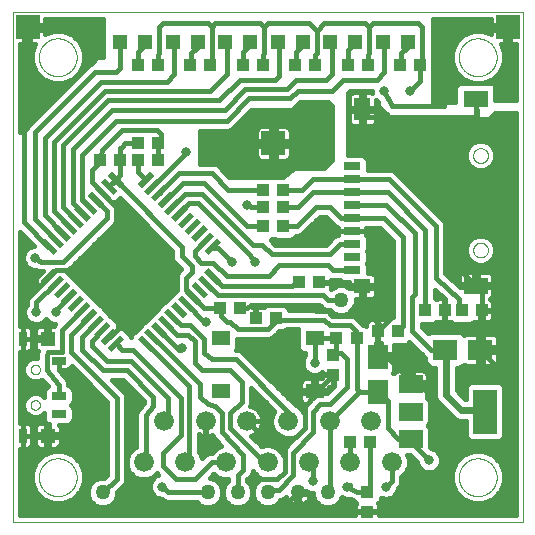
<source format=gtl>
G75*
%MOIN*%
%OFA0B0*%
%FSLAX25Y25*%
%IPPOS*%
%LPD*%
%AMOC8*
5,1,8,0,0,1.08239X$1,22.5*
%
%ADD10C,0.00000*%
%ADD11R,0.07874X0.07874*%
%ADD12R,0.04331X0.03937*%
%ADD13R,0.07087X0.08465*%
%ADD14R,0.08465X0.07087*%
%ADD15R,0.03937X0.04331*%
%ADD16C,0.06600*%
%ADD17C,0.05000*%
%ADD18R,0.07874X0.05906*%
%ADD19R,0.07874X0.14961*%
%ADD20R,0.04724X0.04724*%
%ADD21R,0.06102X0.05118*%
%ADD22R,0.05000X0.02500*%
%ADD23R,0.02600X0.05000*%
%ADD24R,0.05000X0.05000*%
%ADD25R,0.05906X0.01969*%
%ADD26R,0.01969X0.05906*%
%ADD27R,0.07874X0.05512*%
%ADD28R,0.05512X0.05039*%
%ADD29R,0.05512X0.07677*%
%ADD30R,0.05512X0.02756*%
%ADD31C,0.01600*%
%ADD32C,0.03200*%
%ADD33C,0.02400*%
D10*
X0015500Y0006435D02*
X0015500Y0176435D01*
X0185500Y0176435D01*
X0185500Y0006435D01*
X0015500Y0006435D01*
X0024201Y0021435D02*
X0024203Y0021593D01*
X0024209Y0021751D01*
X0024219Y0021909D01*
X0024233Y0022067D01*
X0024251Y0022224D01*
X0024272Y0022381D01*
X0024298Y0022537D01*
X0024328Y0022693D01*
X0024361Y0022848D01*
X0024399Y0023001D01*
X0024440Y0023154D01*
X0024485Y0023306D01*
X0024534Y0023457D01*
X0024587Y0023606D01*
X0024643Y0023754D01*
X0024703Y0023900D01*
X0024767Y0024045D01*
X0024835Y0024188D01*
X0024906Y0024330D01*
X0024980Y0024470D01*
X0025058Y0024607D01*
X0025140Y0024743D01*
X0025224Y0024877D01*
X0025313Y0025008D01*
X0025404Y0025137D01*
X0025499Y0025264D01*
X0025596Y0025389D01*
X0025697Y0025511D01*
X0025801Y0025630D01*
X0025908Y0025747D01*
X0026018Y0025861D01*
X0026131Y0025972D01*
X0026246Y0026081D01*
X0026364Y0026186D01*
X0026485Y0026288D01*
X0026608Y0026388D01*
X0026734Y0026484D01*
X0026862Y0026577D01*
X0026992Y0026667D01*
X0027125Y0026753D01*
X0027260Y0026837D01*
X0027396Y0026916D01*
X0027535Y0026993D01*
X0027676Y0027065D01*
X0027818Y0027135D01*
X0027962Y0027200D01*
X0028108Y0027262D01*
X0028255Y0027320D01*
X0028404Y0027375D01*
X0028554Y0027426D01*
X0028705Y0027473D01*
X0028857Y0027516D01*
X0029010Y0027555D01*
X0029165Y0027591D01*
X0029320Y0027622D01*
X0029476Y0027650D01*
X0029632Y0027674D01*
X0029789Y0027694D01*
X0029947Y0027710D01*
X0030104Y0027722D01*
X0030263Y0027730D01*
X0030421Y0027734D01*
X0030579Y0027734D01*
X0030737Y0027730D01*
X0030896Y0027722D01*
X0031053Y0027710D01*
X0031211Y0027694D01*
X0031368Y0027674D01*
X0031524Y0027650D01*
X0031680Y0027622D01*
X0031835Y0027591D01*
X0031990Y0027555D01*
X0032143Y0027516D01*
X0032295Y0027473D01*
X0032446Y0027426D01*
X0032596Y0027375D01*
X0032745Y0027320D01*
X0032892Y0027262D01*
X0033038Y0027200D01*
X0033182Y0027135D01*
X0033324Y0027065D01*
X0033465Y0026993D01*
X0033604Y0026916D01*
X0033740Y0026837D01*
X0033875Y0026753D01*
X0034008Y0026667D01*
X0034138Y0026577D01*
X0034266Y0026484D01*
X0034392Y0026388D01*
X0034515Y0026288D01*
X0034636Y0026186D01*
X0034754Y0026081D01*
X0034869Y0025972D01*
X0034982Y0025861D01*
X0035092Y0025747D01*
X0035199Y0025630D01*
X0035303Y0025511D01*
X0035404Y0025389D01*
X0035501Y0025264D01*
X0035596Y0025137D01*
X0035687Y0025008D01*
X0035776Y0024877D01*
X0035860Y0024743D01*
X0035942Y0024607D01*
X0036020Y0024470D01*
X0036094Y0024330D01*
X0036165Y0024188D01*
X0036233Y0024045D01*
X0036297Y0023900D01*
X0036357Y0023754D01*
X0036413Y0023606D01*
X0036466Y0023457D01*
X0036515Y0023306D01*
X0036560Y0023154D01*
X0036601Y0023001D01*
X0036639Y0022848D01*
X0036672Y0022693D01*
X0036702Y0022537D01*
X0036728Y0022381D01*
X0036749Y0022224D01*
X0036767Y0022067D01*
X0036781Y0021909D01*
X0036791Y0021751D01*
X0036797Y0021593D01*
X0036799Y0021435D01*
X0036797Y0021277D01*
X0036791Y0021119D01*
X0036781Y0020961D01*
X0036767Y0020803D01*
X0036749Y0020646D01*
X0036728Y0020489D01*
X0036702Y0020333D01*
X0036672Y0020177D01*
X0036639Y0020022D01*
X0036601Y0019869D01*
X0036560Y0019716D01*
X0036515Y0019564D01*
X0036466Y0019413D01*
X0036413Y0019264D01*
X0036357Y0019116D01*
X0036297Y0018970D01*
X0036233Y0018825D01*
X0036165Y0018682D01*
X0036094Y0018540D01*
X0036020Y0018400D01*
X0035942Y0018263D01*
X0035860Y0018127D01*
X0035776Y0017993D01*
X0035687Y0017862D01*
X0035596Y0017733D01*
X0035501Y0017606D01*
X0035404Y0017481D01*
X0035303Y0017359D01*
X0035199Y0017240D01*
X0035092Y0017123D01*
X0034982Y0017009D01*
X0034869Y0016898D01*
X0034754Y0016789D01*
X0034636Y0016684D01*
X0034515Y0016582D01*
X0034392Y0016482D01*
X0034266Y0016386D01*
X0034138Y0016293D01*
X0034008Y0016203D01*
X0033875Y0016117D01*
X0033740Y0016033D01*
X0033604Y0015954D01*
X0033465Y0015877D01*
X0033324Y0015805D01*
X0033182Y0015735D01*
X0033038Y0015670D01*
X0032892Y0015608D01*
X0032745Y0015550D01*
X0032596Y0015495D01*
X0032446Y0015444D01*
X0032295Y0015397D01*
X0032143Y0015354D01*
X0031990Y0015315D01*
X0031835Y0015279D01*
X0031680Y0015248D01*
X0031524Y0015220D01*
X0031368Y0015196D01*
X0031211Y0015176D01*
X0031053Y0015160D01*
X0030896Y0015148D01*
X0030737Y0015140D01*
X0030579Y0015136D01*
X0030421Y0015136D01*
X0030263Y0015140D01*
X0030104Y0015148D01*
X0029947Y0015160D01*
X0029789Y0015176D01*
X0029632Y0015196D01*
X0029476Y0015220D01*
X0029320Y0015248D01*
X0029165Y0015279D01*
X0029010Y0015315D01*
X0028857Y0015354D01*
X0028705Y0015397D01*
X0028554Y0015444D01*
X0028404Y0015495D01*
X0028255Y0015550D01*
X0028108Y0015608D01*
X0027962Y0015670D01*
X0027818Y0015735D01*
X0027676Y0015805D01*
X0027535Y0015877D01*
X0027396Y0015954D01*
X0027260Y0016033D01*
X0027125Y0016117D01*
X0026992Y0016203D01*
X0026862Y0016293D01*
X0026734Y0016386D01*
X0026608Y0016482D01*
X0026485Y0016582D01*
X0026364Y0016684D01*
X0026246Y0016789D01*
X0026131Y0016898D01*
X0026018Y0017009D01*
X0025908Y0017123D01*
X0025801Y0017240D01*
X0025697Y0017359D01*
X0025596Y0017481D01*
X0025499Y0017606D01*
X0025404Y0017733D01*
X0025313Y0017862D01*
X0025224Y0017993D01*
X0025140Y0018127D01*
X0025058Y0018263D01*
X0024980Y0018400D01*
X0024906Y0018540D01*
X0024835Y0018682D01*
X0024767Y0018825D01*
X0024703Y0018970D01*
X0024643Y0019116D01*
X0024587Y0019264D01*
X0024534Y0019413D01*
X0024485Y0019564D01*
X0024440Y0019716D01*
X0024399Y0019869D01*
X0024361Y0020022D01*
X0024328Y0020177D01*
X0024298Y0020333D01*
X0024272Y0020489D01*
X0024251Y0020646D01*
X0024233Y0020803D01*
X0024219Y0020961D01*
X0024209Y0021119D01*
X0024203Y0021277D01*
X0024201Y0021435D01*
X0024203Y0021593D01*
X0024209Y0021751D01*
X0024219Y0021909D01*
X0024233Y0022067D01*
X0024251Y0022224D01*
X0024272Y0022381D01*
X0024298Y0022537D01*
X0024328Y0022693D01*
X0024361Y0022848D01*
X0024399Y0023001D01*
X0024440Y0023154D01*
X0024485Y0023306D01*
X0024534Y0023457D01*
X0024587Y0023606D01*
X0024643Y0023754D01*
X0024703Y0023900D01*
X0024767Y0024045D01*
X0024835Y0024188D01*
X0024906Y0024330D01*
X0024980Y0024470D01*
X0025058Y0024607D01*
X0025140Y0024743D01*
X0025224Y0024877D01*
X0025313Y0025008D01*
X0025404Y0025137D01*
X0025499Y0025264D01*
X0025596Y0025389D01*
X0025697Y0025511D01*
X0025801Y0025630D01*
X0025908Y0025747D01*
X0026018Y0025861D01*
X0026131Y0025972D01*
X0026246Y0026081D01*
X0026364Y0026186D01*
X0026485Y0026288D01*
X0026608Y0026388D01*
X0026734Y0026484D01*
X0026862Y0026577D01*
X0026992Y0026667D01*
X0027125Y0026753D01*
X0027260Y0026837D01*
X0027396Y0026916D01*
X0027535Y0026993D01*
X0027676Y0027065D01*
X0027818Y0027135D01*
X0027962Y0027200D01*
X0028108Y0027262D01*
X0028255Y0027320D01*
X0028404Y0027375D01*
X0028554Y0027426D01*
X0028705Y0027473D01*
X0028857Y0027516D01*
X0029010Y0027555D01*
X0029165Y0027591D01*
X0029320Y0027622D01*
X0029476Y0027650D01*
X0029632Y0027674D01*
X0029789Y0027694D01*
X0029947Y0027710D01*
X0030104Y0027722D01*
X0030263Y0027730D01*
X0030421Y0027734D01*
X0030579Y0027734D01*
X0030737Y0027730D01*
X0030896Y0027722D01*
X0031053Y0027710D01*
X0031211Y0027694D01*
X0031368Y0027674D01*
X0031524Y0027650D01*
X0031680Y0027622D01*
X0031835Y0027591D01*
X0031990Y0027555D01*
X0032143Y0027516D01*
X0032295Y0027473D01*
X0032446Y0027426D01*
X0032596Y0027375D01*
X0032745Y0027320D01*
X0032892Y0027262D01*
X0033038Y0027200D01*
X0033182Y0027135D01*
X0033324Y0027065D01*
X0033465Y0026993D01*
X0033604Y0026916D01*
X0033740Y0026837D01*
X0033875Y0026753D01*
X0034008Y0026667D01*
X0034138Y0026577D01*
X0034266Y0026484D01*
X0034392Y0026388D01*
X0034515Y0026288D01*
X0034636Y0026186D01*
X0034754Y0026081D01*
X0034869Y0025972D01*
X0034982Y0025861D01*
X0035092Y0025747D01*
X0035199Y0025630D01*
X0035303Y0025511D01*
X0035404Y0025389D01*
X0035501Y0025264D01*
X0035596Y0025137D01*
X0035687Y0025008D01*
X0035776Y0024877D01*
X0035860Y0024743D01*
X0035942Y0024607D01*
X0036020Y0024470D01*
X0036094Y0024330D01*
X0036165Y0024188D01*
X0036233Y0024045D01*
X0036297Y0023900D01*
X0036357Y0023754D01*
X0036413Y0023606D01*
X0036466Y0023457D01*
X0036515Y0023306D01*
X0036560Y0023154D01*
X0036601Y0023001D01*
X0036639Y0022848D01*
X0036672Y0022693D01*
X0036702Y0022537D01*
X0036728Y0022381D01*
X0036749Y0022224D01*
X0036767Y0022067D01*
X0036781Y0021909D01*
X0036791Y0021751D01*
X0036797Y0021593D01*
X0036799Y0021435D01*
X0036797Y0021277D01*
X0036791Y0021119D01*
X0036781Y0020961D01*
X0036767Y0020803D01*
X0036749Y0020646D01*
X0036728Y0020489D01*
X0036702Y0020333D01*
X0036672Y0020177D01*
X0036639Y0020022D01*
X0036601Y0019869D01*
X0036560Y0019716D01*
X0036515Y0019564D01*
X0036466Y0019413D01*
X0036413Y0019264D01*
X0036357Y0019116D01*
X0036297Y0018970D01*
X0036233Y0018825D01*
X0036165Y0018682D01*
X0036094Y0018540D01*
X0036020Y0018400D01*
X0035942Y0018263D01*
X0035860Y0018127D01*
X0035776Y0017993D01*
X0035687Y0017862D01*
X0035596Y0017733D01*
X0035501Y0017606D01*
X0035404Y0017481D01*
X0035303Y0017359D01*
X0035199Y0017240D01*
X0035092Y0017123D01*
X0034982Y0017009D01*
X0034869Y0016898D01*
X0034754Y0016789D01*
X0034636Y0016684D01*
X0034515Y0016582D01*
X0034392Y0016482D01*
X0034266Y0016386D01*
X0034138Y0016293D01*
X0034008Y0016203D01*
X0033875Y0016117D01*
X0033740Y0016033D01*
X0033604Y0015954D01*
X0033465Y0015877D01*
X0033324Y0015805D01*
X0033182Y0015735D01*
X0033038Y0015670D01*
X0032892Y0015608D01*
X0032745Y0015550D01*
X0032596Y0015495D01*
X0032446Y0015444D01*
X0032295Y0015397D01*
X0032143Y0015354D01*
X0031990Y0015315D01*
X0031835Y0015279D01*
X0031680Y0015248D01*
X0031524Y0015220D01*
X0031368Y0015196D01*
X0031211Y0015176D01*
X0031053Y0015160D01*
X0030896Y0015148D01*
X0030737Y0015140D01*
X0030579Y0015136D01*
X0030421Y0015136D01*
X0030263Y0015140D01*
X0030104Y0015148D01*
X0029947Y0015160D01*
X0029789Y0015176D01*
X0029632Y0015196D01*
X0029476Y0015220D01*
X0029320Y0015248D01*
X0029165Y0015279D01*
X0029010Y0015315D01*
X0028857Y0015354D01*
X0028705Y0015397D01*
X0028554Y0015444D01*
X0028404Y0015495D01*
X0028255Y0015550D01*
X0028108Y0015608D01*
X0027962Y0015670D01*
X0027818Y0015735D01*
X0027676Y0015805D01*
X0027535Y0015877D01*
X0027396Y0015954D01*
X0027260Y0016033D01*
X0027125Y0016117D01*
X0026992Y0016203D01*
X0026862Y0016293D01*
X0026734Y0016386D01*
X0026608Y0016482D01*
X0026485Y0016582D01*
X0026364Y0016684D01*
X0026246Y0016789D01*
X0026131Y0016898D01*
X0026018Y0017009D01*
X0025908Y0017123D01*
X0025801Y0017240D01*
X0025697Y0017359D01*
X0025596Y0017481D01*
X0025499Y0017606D01*
X0025404Y0017733D01*
X0025313Y0017862D01*
X0025224Y0017993D01*
X0025140Y0018127D01*
X0025058Y0018263D01*
X0024980Y0018400D01*
X0024906Y0018540D01*
X0024835Y0018682D01*
X0024767Y0018825D01*
X0024703Y0018970D01*
X0024643Y0019116D01*
X0024587Y0019264D01*
X0024534Y0019413D01*
X0024485Y0019564D01*
X0024440Y0019716D01*
X0024399Y0019869D01*
X0024361Y0020022D01*
X0024328Y0020177D01*
X0024298Y0020333D01*
X0024272Y0020489D01*
X0024251Y0020646D01*
X0024233Y0020803D01*
X0024219Y0020961D01*
X0024209Y0021119D01*
X0024203Y0021277D01*
X0024201Y0021435D01*
X0021425Y0045529D02*
X0021427Y0045608D01*
X0021433Y0045687D01*
X0021443Y0045766D01*
X0021457Y0045844D01*
X0021474Y0045921D01*
X0021496Y0045997D01*
X0021521Y0046072D01*
X0021551Y0046145D01*
X0021583Y0046217D01*
X0021620Y0046288D01*
X0021660Y0046356D01*
X0021703Y0046422D01*
X0021749Y0046486D01*
X0021799Y0046548D01*
X0021852Y0046607D01*
X0021907Y0046663D01*
X0021966Y0046717D01*
X0022027Y0046767D01*
X0022090Y0046815D01*
X0022156Y0046859D01*
X0022224Y0046900D01*
X0022294Y0046937D01*
X0022365Y0046971D01*
X0022439Y0047001D01*
X0022513Y0047027D01*
X0022589Y0047049D01*
X0022666Y0047068D01*
X0022744Y0047083D01*
X0022822Y0047094D01*
X0022901Y0047101D01*
X0022980Y0047104D01*
X0023059Y0047103D01*
X0023138Y0047098D01*
X0023217Y0047089D01*
X0023295Y0047076D01*
X0023372Y0047059D01*
X0023449Y0047039D01*
X0023524Y0047014D01*
X0023598Y0046986D01*
X0023671Y0046954D01*
X0023741Y0046919D01*
X0023810Y0046880D01*
X0023877Y0046837D01*
X0023942Y0046791D01*
X0024004Y0046743D01*
X0024064Y0046691D01*
X0024121Y0046636D01*
X0024175Y0046578D01*
X0024226Y0046518D01*
X0024274Y0046455D01*
X0024319Y0046390D01*
X0024361Y0046322D01*
X0024399Y0046253D01*
X0024433Y0046182D01*
X0024464Y0046109D01*
X0024492Y0046034D01*
X0024515Y0045959D01*
X0024535Y0045882D01*
X0024551Y0045805D01*
X0024563Y0045726D01*
X0024571Y0045648D01*
X0024575Y0045569D01*
X0024575Y0045489D01*
X0024571Y0045410D01*
X0024563Y0045332D01*
X0024551Y0045253D01*
X0024535Y0045176D01*
X0024515Y0045099D01*
X0024492Y0045024D01*
X0024464Y0044949D01*
X0024433Y0044876D01*
X0024399Y0044805D01*
X0024361Y0044736D01*
X0024319Y0044668D01*
X0024274Y0044603D01*
X0024226Y0044540D01*
X0024175Y0044480D01*
X0024121Y0044422D01*
X0024064Y0044367D01*
X0024004Y0044315D01*
X0023942Y0044267D01*
X0023877Y0044221D01*
X0023810Y0044178D01*
X0023741Y0044139D01*
X0023671Y0044104D01*
X0023598Y0044072D01*
X0023524Y0044044D01*
X0023449Y0044019D01*
X0023372Y0043999D01*
X0023295Y0043982D01*
X0023217Y0043969D01*
X0023138Y0043960D01*
X0023059Y0043955D01*
X0022980Y0043954D01*
X0022901Y0043957D01*
X0022822Y0043964D01*
X0022744Y0043975D01*
X0022666Y0043990D01*
X0022589Y0044009D01*
X0022513Y0044031D01*
X0022439Y0044057D01*
X0022365Y0044087D01*
X0022294Y0044121D01*
X0022224Y0044158D01*
X0022156Y0044199D01*
X0022090Y0044243D01*
X0022027Y0044291D01*
X0021966Y0044341D01*
X0021907Y0044395D01*
X0021852Y0044451D01*
X0021799Y0044510D01*
X0021749Y0044572D01*
X0021703Y0044636D01*
X0021660Y0044702D01*
X0021620Y0044770D01*
X0021583Y0044841D01*
X0021551Y0044913D01*
X0021521Y0044986D01*
X0021496Y0045061D01*
X0021474Y0045137D01*
X0021457Y0045214D01*
X0021443Y0045292D01*
X0021433Y0045371D01*
X0021427Y0045450D01*
X0021425Y0045529D01*
X0021425Y0057340D02*
X0021427Y0057419D01*
X0021433Y0057498D01*
X0021443Y0057577D01*
X0021457Y0057655D01*
X0021474Y0057732D01*
X0021496Y0057808D01*
X0021521Y0057883D01*
X0021551Y0057956D01*
X0021583Y0058028D01*
X0021620Y0058099D01*
X0021660Y0058167D01*
X0021703Y0058233D01*
X0021749Y0058297D01*
X0021799Y0058359D01*
X0021852Y0058418D01*
X0021907Y0058474D01*
X0021966Y0058528D01*
X0022027Y0058578D01*
X0022090Y0058626D01*
X0022156Y0058670D01*
X0022224Y0058711D01*
X0022294Y0058748D01*
X0022365Y0058782D01*
X0022439Y0058812D01*
X0022513Y0058838D01*
X0022589Y0058860D01*
X0022666Y0058879D01*
X0022744Y0058894D01*
X0022822Y0058905D01*
X0022901Y0058912D01*
X0022980Y0058915D01*
X0023059Y0058914D01*
X0023138Y0058909D01*
X0023217Y0058900D01*
X0023295Y0058887D01*
X0023372Y0058870D01*
X0023449Y0058850D01*
X0023524Y0058825D01*
X0023598Y0058797D01*
X0023671Y0058765D01*
X0023741Y0058730D01*
X0023810Y0058691D01*
X0023877Y0058648D01*
X0023942Y0058602D01*
X0024004Y0058554D01*
X0024064Y0058502D01*
X0024121Y0058447D01*
X0024175Y0058389D01*
X0024226Y0058329D01*
X0024274Y0058266D01*
X0024319Y0058201D01*
X0024361Y0058133D01*
X0024399Y0058064D01*
X0024433Y0057993D01*
X0024464Y0057920D01*
X0024492Y0057845D01*
X0024515Y0057770D01*
X0024535Y0057693D01*
X0024551Y0057616D01*
X0024563Y0057537D01*
X0024571Y0057459D01*
X0024575Y0057380D01*
X0024575Y0057300D01*
X0024571Y0057221D01*
X0024563Y0057143D01*
X0024551Y0057064D01*
X0024535Y0056987D01*
X0024515Y0056910D01*
X0024492Y0056835D01*
X0024464Y0056760D01*
X0024433Y0056687D01*
X0024399Y0056616D01*
X0024361Y0056547D01*
X0024319Y0056479D01*
X0024274Y0056414D01*
X0024226Y0056351D01*
X0024175Y0056291D01*
X0024121Y0056233D01*
X0024064Y0056178D01*
X0024004Y0056126D01*
X0023942Y0056078D01*
X0023877Y0056032D01*
X0023810Y0055989D01*
X0023741Y0055950D01*
X0023671Y0055915D01*
X0023598Y0055883D01*
X0023524Y0055855D01*
X0023449Y0055830D01*
X0023372Y0055810D01*
X0023295Y0055793D01*
X0023217Y0055780D01*
X0023138Y0055771D01*
X0023059Y0055766D01*
X0022980Y0055765D01*
X0022901Y0055768D01*
X0022822Y0055775D01*
X0022744Y0055786D01*
X0022666Y0055801D01*
X0022589Y0055820D01*
X0022513Y0055842D01*
X0022439Y0055868D01*
X0022365Y0055898D01*
X0022294Y0055932D01*
X0022224Y0055969D01*
X0022156Y0056010D01*
X0022090Y0056054D01*
X0022027Y0056102D01*
X0021966Y0056152D01*
X0021907Y0056206D01*
X0021852Y0056262D01*
X0021799Y0056321D01*
X0021749Y0056383D01*
X0021703Y0056447D01*
X0021660Y0056513D01*
X0021620Y0056581D01*
X0021583Y0056652D01*
X0021551Y0056724D01*
X0021521Y0056797D01*
X0021496Y0056872D01*
X0021474Y0056948D01*
X0021457Y0057025D01*
X0021443Y0057103D01*
X0021433Y0057182D01*
X0021427Y0057261D01*
X0021425Y0057340D01*
X0024201Y0161435D02*
X0024203Y0161593D01*
X0024209Y0161751D01*
X0024219Y0161909D01*
X0024233Y0162067D01*
X0024251Y0162224D01*
X0024272Y0162381D01*
X0024298Y0162537D01*
X0024328Y0162693D01*
X0024361Y0162848D01*
X0024399Y0163001D01*
X0024440Y0163154D01*
X0024485Y0163306D01*
X0024534Y0163457D01*
X0024587Y0163606D01*
X0024643Y0163754D01*
X0024703Y0163900D01*
X0024767Y0164045D01*
X0024835Y0164188D01*
X0024906Y0164330D01*
X0024980Y0164470D01*
X0025058Y0164607D01*
X0025140Y0164743D01*
X0025224Y0164877D01*
X0025313Y0165008D01*
X0025404Y0165137D01*
X0025499Y0165264D01*
X0025596Y0165389D01*
X0025697Y0165511D01*
X0025801Y0165630D01*
X0025908Y0165747D01*
X0026018Y0165861D01*
X0026131Y0165972D01*
X0026246Y0166081D01*
X0026364Y0166186D01*
X0026485Y0166288D01*
X0026608Y0166388D01*
X0026734Y0166484D01*
X0026862Y0166577D01*
X0026992Y0166667D01*
X0027125Y0166753D01*
X0027260Y0166837D01*
X0027396Y0166916D01*
X0027535Y0166993D01*
X0027676Y0167065D01*
X0027818Y0167135D01*
X0027962Y0167200D01*
X0028108Y0167262D01*
X0028255Y0167320D01*
X0028404Y0167375D01*
X0028554Y0167426D01*
X0028705Y0167473D01*
X0028857Y0167516D01*
X0029010Y0167555D01*
X0029165Y0167591D01*
X0029320Y0167622D01*
X0029476Y0167650D01*
X0029632Y0167674D01*
X0029789Y0167694D01*
X0029947Y0167710D01*
X0030104Y0167722D01*
X0030263Y0167730D01*
X0030421Y0167734D01*
X0030579Y0167734D01*
X0030737Y0167730D01*
X0030896Y0167722D01*
X0031053Y0167710D01*
X0031211Y0167694D01*
X0031368Y0167674D01*
X0031524Y0167650D01*
X0031680Y0167622D01*
X0031835Y0167591D01*
X0031990Y0167555D01*
X0032143Y0167516D01*
X0032295Y0167473D01*
X0032446Y0167426D01*
X0032596Y0167375D01*
X0032745Y0167320D01*
X0032892Y0167262D01*
X0033038Y0167200D01*
X0033182Y0167135D01*
X0033324Y0167065D01*
X0033465Y0166993D01*
X0033604Y0166916D01*
X0033740Y0166837D01*
X0033875Y0166753D01*
X0034008Y0166667D01*
X0034138Y0166577D01*
X0034266Y0166484D01*
X0034392Y0166388D01*
X0034515Y0166288D01*
X0034636Y0166186D01*
X0034754Y0166081D01*
X0034869Y0165972D01*
X0034982Y0165861D01*
X0035092Y0165747D01*
X0035199Y0165630D01*
X0035303Y0165511D01*
X0035404Y0165389D01*
X0035501Y0165264D01*
X0035596Y0165137D01*
X0035687Y0165008D01*
X0035776Y0164877D01*
X0035860Y0164743D01*
X0035942Y0164607D01*
X0036020Y0164470D01*
X0036094Y0164330D01*
X0036165Y0164188D01*
X0036233Y0164045D01*
X0036297Y0163900D01*
X0036357Y0163754D01*
X0036413Y0163606D01*
X0036466Y0163457D01*
X0036515Y0163306D01*
X0036560Y0163154D01*
X0036601Y0163001D01*
X0036639Y0162848D01*
X0036672Y0162693D01*
X0036702Y0162537D01*
X0036728Y0162381D01*
X0036749Y0162224D01*
X0036767Y0162067D01*
X0036781Y0161909D01*
X0036791Y0161751D01*
X0036797Y0161593D01*
X0036799Y0161435D01*
X0036797Y0161277D01*
X0036791Y0161119D01*
X0036781Y0160961D01*
X0036767Y0160803D01*
X0036749Y0160646D01*
X0036728Y0160489D01*
X0036702Y0160333D01*
X0036672Y0160177D01*
X0036639Y0160022D01*
X0036601Y0159869D01*
X0036560Y0159716D01*
X0036515Y0159564D01*
X0036466Y0159413D01*
X0036413Y0159264D01*
X0036357Y0159116D01*
X0036297Y0158970D01*
X0036233Y0158825D01*
X0036165Y0158682D01*
X0036094Y0158540D01*
X0036020Y0158400D01*
X0035942Y0158263D01*
X0035860Y0158127D01*
X0035776Y0157993D01*
X0035687Y0157862D01*
X0035596Y0157733D01*
X0035501Y0157606D01*
X0035404Y0157481D01*
X0035303Y0157359D01*
X0035199Y0157240D01*
X0035092Y0157123D01*
X0034982Y0157009D01*
X0034869Y0156898D01*
X0034754Y0156789D01*
X0034636Y0156684D01*
X0034515Y0156582D01*
X0034392Y0156482D01*
X0034266Y0156386D01*
X0034138Y0156293D01*
X0034008Y0156203D01*
X0033875Y0156117D01*
X0033740Y0156033D01*
X0033604Y0155954D01*
X0033465Y0155877D01*
X0033324Y0155805D01*
X0033182Y0155735D01*
X0033038Y0155670D01*
X0032892Y0155608D01*
X0032745Y0155550D01*
X0032596Y0155495D01*
X0032446Y0155444D01*
X0032295Y0155397D01*
X0032143Y0155354D01*
X0031990Y0155315D01*
X0031835Y0155279D01*
X0031680Y0155248D01*
X0031524Y0155220D01*
X0031368Y0155196D01*
X0031211Y0155176D01*
X0031053Y0155160D01*
X0030896Y0155148D01*
X0030737Y0155140D01*
X0030579Y0155136D01*
X0030421Y0155136D01*
X0030263Y0155140D01*
X0030104Y0155148D01*
X0029947Y0155160D01*
X0029789Y0155176D01*
X0029632Y0155196D01*
X0029476Y0155220D01*
X0029320Y0155248D01*
X0029165Y0155279D01*
X0029010Y0155315D01*
X0028857Y0155354D01*
X0028705Y0155397D01*
X0028554Y0155444D01*
X0028404Y0155495D01*
X0028255Y0155550D01*
X0028108Y0155608D01*
X0027962Y0155670D01*
X0027818Y0155735D01*
X0027676Y0155805D01*
X0027535Y0155877D01*
X0027396Y0155954D01*
X0027260Y0156033D01*
X0027125Y0156117D01*
X0026992Y0156203D01*
X0026862Y0156293D01*
X0026734Y0156386D01*
X0026608Y0156482D01*
X0026485Y0156582D01*
X0026364Y0156684D01*
X0026246Y0156789D01*
X0026131Y0156898D01*
X0026018Y0157009D01*
X0025908Y0157123D01*
X0025801Y0157240D01*
X0025697Y0157359D01*
X0025596Y0157481D01*
X0025499Y0157606D01*
X0025404Y0157733D01*
X0025313Y0157862D01*
X0025224Y0157993D01*
X0025140Y0158127D01*
X0025058Y0158263D01*
X0024980Y0158400D01*
X0024906Y0158540D01*
X0024835Y0158682D01*
X0024767Y0158825D01*
X0024703Y0158970D01*
X0024643Y0159116D01*
X0024587Y0159264D01*
X0024534Y0159413D01*
X0024485Y0159564D01*
X0024440Y0159716D01*
X0024399Y0159869D01*
X0024361Y0160022D01*
X0024328Y0160177D01*
X0024298Y0160333D01*
X0024272Y0160489D01*
X0024251Y0160646D01*
X0024233Y0160803D01*
X0024219Y0160961D01*
X0024209Y0161119D01*
X0024203Y0161277D01*
X0024201Y0161435D01*
X0164201Y0161435D02*
X0164203Y0161593D01*
X0164209Y0161751D01*
X0164219Y0161909D01*
X0164233Y0162067D01*
X0164251Y0162224D01*
X0164272Y0162381D01*
X0164298Y0162537D01*
X0164328Y0162693D01*
X0164361Y0162848D01*
X0164399Y0163001D01*
X0164440Y0163154D01*
X0164485Y0163306D01*
X0164534Y0163457D01*
X0164587Y0163606D01*
X0164643Y0163754D01*
X0164703Y0163900D01*
X0164767Y0164045D01*
X0164835Y0164188D01*
X0164906Y0164330D01*
X0164980Y0164470D01*
X0165058Y0164607D01*
X0165140Y0164743D01*
X0165224Y0164877D01*
X0165313Y0165008D01*
X0165404Y0165137D01*
X0165499Y0165264D01*
X0165596Y0165389D01*
X0165697Y0165511D01*
X0165801Y0165630D01*
X0165908Y0165747D01*
X0166018Y0165861D01*
X0166131Y0165972D01*
X0166246Y0166081D01*
X0166364Y0166186D01*
X0166485Y0166288D01*
X0166608Y0166388D01*
X0166734Y0166484D01*
X0166862Y0166577D01*
X0166992Y0166667D01*
X0167125Y0166753D01*
X0167260Y0166837D01*
X0167396Y0166916D01*
X0167535Y0166993D01*
X0167676Y0167065D01*
X0167818Y0167135D01*
X0167962Y0167200D01*
X0168108Y0167262D01*
X0168255Y0167320D01*
X0168404Y0167375D01*
X0168554Y0167426D01*
X0168705Y0167473D01*
X0168857Y0167516D01*
X0169010Y0167555D01*
X0169165Y0167591D01*
X0169320Y0167622D01*
X0169476Y0167650D01*
X0169632Y0167674D01*
X0169789Y0167694D01*
X0169947Y0167710D01*
X0170104Y0167722D01*
X0170263Y0167730D01*
X0170421Y0167734D01*
X0170579Y0167734D01*
X0170737Y0167730D01*
X0170896Y0167722D01*
X0171053Y0167710D01*
X0171211Y0167694D01*
X0171368Y0167674D01*
X0171524Y0167650D01*
X0171680Y0167622D01*
X0171835Y0167591D01*
X0171990Y0167555D01*
X0172143Y0167516D01*
X0172295Y0167473D01*
X0172446Y0167426D01*
X0172596Y0167375D01*
X0172745Y0167320D01*
X0172892Y0167262D01*
X0173038Y0167200D01*
X0173182Y0167135D01*
X0173324Y0167065D01*
X0173465Y0166993D01*
X0173604Y0166916D01*
X0173740Y0166837D01*
X0173875Y0166753D01*
X0174008Y0166667D01*
X0174138Y0166577D01*
X0174266Y0166484D01*
X0174392Y0166388D01*
X0174515Y0166288D01*
X0174636Y0166186D01*
X0174754Y0166081D01*
X0174869Y0165972D01*
X0174982Y0165861D01*
X0175092Y0165747D01*
X0175199Y0165630D01*
X0175303Y0165511D01*
X0175404Y0165389D01*
X0175501Y0165264D01*
X0175596Y0165137D01*
X0175687Y0165008D01*
X0175776Y0164877D01*
X0175860Y0164743D01*
X0175942Y0164607D01*
X0176020Y0164470D01*
X0176094Y0164330D01*
X0176165Y0164188D01*
X0176233Y0164045D01*
X0176297Y0163900D01*
X0176357Y0163754D01*
X0176413Y0163606D01*
X0176466Y0163457D01*
X0176515Y0163306D01*
X0176560Y0163154D01*
X0176601Y0163001D01*
X0176639Y0162848D01*
X0176672Y0162693D01*
X0176702Y0162537D01*
X0176728Y0162381D01*
X0176749Y0162224D01*
X0176767Y0162067D01*
X0176781Y0161909D01*
X0176791Y0161751D01*
X0176797Y0161593D01*
X0176799Y0161435D01*
X0176797Y0161277D01*
X0176791Y0161119D01*
X0176781Y0160961D01*
X0176767Y0160803D01*
X0176749Y0160646D01*
X0176728Y0160489D01*
X0176702Y0160333D01*
X0176672Y0160177D01*
X0176639Y0160022D01*
X0176601Y0159869D01*
X0176560Y0159716D01*
X0176515Y0159564D01*
X0176466Y0159413D01*
X0176413Y0159264D01*
X0176357Y0159116D01*
X0176297Y0158970D01*
X0176233Y0158825D01*
X0176165Y0158682D01*
X0176094Y0158540D01*
X0176020Y0158400D01*
X0175942Y0158263D01*
X0175860Y0158127D01*
X0175776Y0157993D01*
X0175687Y0157862D01*
X0175596Y0157733D01*
X0175501Y0157606D01*
X0175404Y0157481D01*
X0175303Y0157359D01*
X0175199Y0157240D01*
X0175092Y0157123D01*
X0174982Y0157009D01*
X0174869Y0156898D01*
X0174754Y0156789D01*
X0174636Y0156684D01*
X0174515Y0156582D01*
X0174392Y0156482D01*
X0174266Y0156386D01*
X0174138Y0156293D01*
X0174008Y0156203D01*
X0173875Y0156117D01*
X0173740Y0156033D01*
X0173604Y0155954D01*
X0173465Y0155877D01*
X0173324Y0155805D01*
X0173182Y0155735D01*
X0173038Y0155670D01*
X0172892Y0155608D01*
X0172745Y0155550D01*
X0172596Y0155495D01*
X0172446Y0155444D01*
X0172295Y0155397D01*
X0172143Y0155354D01*
X0171990Y0155315D01*
X0171835Y0155279D01*
X0171680Y0155248D01*
X0171524Y0155220D01*
X0171368Y0155196D01*
X0171211Y0155176D01*
X0171053Y0155160D01*
X0170896Y0155148D01*
X0170737Y0155140D01*
X0170579Y0155136D01*
X0170421Y0155136D01*
X0170263Y0155140D01*
X0170104Y0155148D01*
X0169947Y0155160D01*
X0169789Y0155176D01*
X0169632Y0155196D01*
X0169476Y0155220D01*
X0169320Y0155248D01*
X0169165Y0155279D01*
X0169010Y0155315D01*
X0168857Y0155354D01*
X0168705Y0155397D01*
X0168554Y0155444D01*
X0168404Y0155495D01*
X0168255Y0155550D01*
X0168108Y0155608D01*
X0167962Y0155670D01*
X0167818Y0155735D01*
X0167676Y0155805D01*
X0167535Y0155877D01*
X0167396Y0155954D01*
X0167260Y0156033D01*
X0167125Y0156117D01*
X0166992Y0156203D01*
X0166862Y0156293D01*
X0166734Y0156386D01*
X0166608Y0156482D01*
X0166485Y0156582D01*
X0166364Y0156684D01*
X0166246Y0156789D01*
X0166131Y0156898D01*
X0166018Y0157009D01*
X0165908Y0157123D01*
X0165801Y0157240D01*
X0165697Y0157359D01*
X0165596Y0157481D01*
X0165499Y0157606D01*
X0165404Y0157733D01*
X0165313Y0157862D01*
X0165224Y0157993D01*
X0165140Y0158127D01*
X0165058Y0158263D01*
X0164980Y0158400D01*
X0164906Y0158540D01*
X0164835Y0158682D01*
X0164767Y0158825D01*
X0164703Y0158970D01*
X0164643Y0159116D01*
X0164587Y0159264D01*
X0164534Y0159413D01*
X0164485Y0159564D01*
X0164440Y0159716D01*
X0164399Y0159869D01*
X0164361Y0160022D01*
X0164328Y0160177D01*
X0164298Y0160333D01*
X0164272Y0160489D01*
X0164251Y0160646D01*
X0164233Y0160803D01*
X0164219Y0160961D01*
X0164209Y0161119D01*
X0164203Y0161277D01*
X0164201Y0161435D01*
X0168959Y0128640D02*
X0168961Y0128739D01*
X0168967Y0128838D01*
X0168977Y0128937D01*
X0168991Y0129035D01*
X0169009Y0129132D01*
X0169031Y0129229D01*
X0169056Y0129325D01*
X0169086Y0129419D01*
X0169119Y0129513D01*
X0169156Y0129605D01*
X0169197Y0129695D01*
X0169241Y0129784D01*
X0169289Y0129870D01*
X0169340Y0129955D01*
X0169395Y0130038D01*
X0169453Y0130118D01*
X0169514Y0130196D01*
X0169578Y0130272D01*
X0169645Y0130345D01*
X0169715Y0130415D01*
X0169788Y0130482D01*
X0169864Y0130546D01*
X0169942Y0130607D01*
X0170022Y0130665D01*
X0170105Y0130720D01*
X0170189Y0130771D01*
X0170276Y0130819D01*
X0170365Y0130863D01*
X0170455Y0130904D01*
X0170547Y0130941D01*
X0170641Y0130974D01*
X0170735Y0131004D01*
X0170831Y0131029D01*
X0170928Y0131051D01*
X0171025Y0131069D01*
X0171123Y0131083D01*
X0171222Y0131093D01*
X0171321Y0131099D01*
X0171420Y0131101D01*
X0171519Y0131099D01*
X0171618Y0131093D01*
X0171717Y0131083D01*
X0171815Y0131069D01*
X0171912Y0131051D01*
X0172009Y0131029D01*
X0172105Y0131004D01*
X0172199Y0130974D01*
X0172293Y0130941D01*
X0172385Y0130904D01*
X0172475Y0130863D01*
X0172564Y0130819D01*
X0172650Y0130771D01*
X0172735Y0130720D01*
X0172818Y0130665D01*
X0172898Y0130607D01*
X0172976Y0130546D01*
X0173052Y0130482D01*
X0173125Y0130415D01*
X0173195Y0130345D01*
X0173262Y0130272D01*
X0173326Y0130196D01*
X0173387Y0130118D01*
X0173445Y0130038D01*
X0173500Y0129955D01*
X0173551Y0129871D01*
X0173599Y0129784D01*
X0173643Y0129695D01*
X0173684Y0129605D01*
X0173721Y0129513D01*
X0173754Y0129419D01*
X0173784Y0129325D01*
X0173809Y0129229D01*
X0173831Y0129132D01*
X0173849Y0129035D01*
X0173863Y0128937D01*
X0173873Y0128838D01*
X0173879Y0128739D01*
X0173881Y0128640D01*
X0173879Y0128541D01*
X0173873Y0128442D01*
X0173863Y0128343D01*
X0173849Y0128245D01*
X0173831Y0128148D01*
X0173809Y0128051D01*
X0173784Y0127955D01*
X0173754Y0127861D01*
X0173721Y0127767D01*
X0173684Y0127675D01*
X0173643Y0127585D01*
X0173599Y0127496D01*
X0173551Y0127410D01*
X0173500Y0127325D01*
X0173445Y0127242D01*
X0173387Y0127162D01*
X0173326Y0127084D01*
X0173262Y0127008D01*
X0173195Y0126935D01*
X0173125Y0126865D01*
X0173052Y0126798D01*
X0172976Y0126734D01*
X0172898Y0126673D01*
X0172818Y0126615D01*
X0172735Y0126560D01*
X0172651Y0126509D01*
X0172564Y0126461D01*
X0172475Y0126417D01*
X0172385Y0126376D01*
X0172293Y0126339D01*
X0172199Y0126306D01*
X0172105Y0126276D01*
X0172009Y0126251D01*
X0171912Y0126229D01*
X0171815Y0126211D01*
X0171717Y0126197D01*
X0171618Y0126187D01*
X0171519Y0126181D01*
X0171420Y0126179D01*
X0171321Y0126181D01*
X0171222Y0126187D01*
X0171123Y0126197D01*
X0171025Y0126211D01*
X0170928Y0126229D01*
X0170831Y0126251D01*
X0170735Y0126276D01*
X0170641Y0126306D01*
X0170547Y0126339D01*
X0170455Y0126376D01*
X0170365Y0126417D01*
X0170276Y0126461D01*
X0170190Y0126509D01*
X0170105Y0126560D01*
X0170022Y0126615D01*
X0169942Y0126673D01*
X0169864Y0126734D01*
X0169788Y0126798D01*
X0169715Y0126865D01*
X0169645Y0126935D01*
X0169578Y0127008D01*
X0169514Y0127084D01*
X0169453Y0127162D01*
X0169395Y0127242D01*
X0169340Y0127325D01*
X0169289Y0127409D01*
X0169241Y0127496D01*
X0169197Y0127585D01*
X0169156Y0127675D01*
X0169119Y0127767D01*
X0169086Y0127861D01*
X0169056Y0127955D01*
X0169031Y0128051D01*
X0169009Y0128148D01*
X0168991Y0128245D01*
X0168977Y0128343D01*
X0168967Y0128442D01*
X0168961Y0128541D01*
X0168959Y0128640D01*
X0168959Y0097144D02*
X0168961Y0097243D01*
X0168967Y0097342D01*
X0168977Y0097441D01*
X0168991Y0097539D01*
X0169009Y0097636D01*
X0169031Y0097733D01*
X0169056Y0097829D01*
X0169086Y0097923D01*
X0169119Y0098017D01*
X0169156Y0098109D01*
X0169197Y0098199D01*
X0169241Y0098288D01*
X0169289Y0098374D01*
X0169340Y0098459D01*
X0169395Y0098542D01*
X0169453Y0098622D01*
X0169514Y0098700D01*
X0169578Y0098776D01*
X0169645Y0098849D01*
X0169715Y0098919D01*
X0169788Y0098986D01*
X0169864Y0099050D01*
X0169942Y0099111D01*
X0170022Y0099169D01*
X0170105Y0099224D01*
X0170189Y0099275D01*
X0170276Y0099323D01*
X0170365Y0099367D01*
X0170455Y0099408D01*
X0170547Y0099445D01*
X0170641Y0099478D01*
X0170735Y0099508D01*
X0170831Y0099533D01*
X0170928Y0099555D01*
X0171025Y0099573D01*
X0171123Y0099587D01*
X0171222Y0099597D01*
X0171321Y0099603D01*
X0171420Y0099605D01*
X0171519Y0099603D01*
X0171618Y0099597D01*
X0171717Y0099587D01*
X0171815Y0099573D01*
X0171912Y0099555D01*
X0172009Y0099533D01*
X0172105Y0099508D01*
X0172199Y0099478D01*
X0172293Y0099445D01*
X0172385Y0099408D01*
X0172475Y0099367D01*
X0172564Y0099323D01*
X0172650Y0099275D01*
X0172735Y0099224D01*
X0172818Y0099169D01*
X0172898Y0099111D01*
X0172976Y0099050D01*
X0173052Y0098986D01*
X0173125Y0098919D01*
X0173195Y0098849D01*
X0173262Y0098776D01*
X0173326Y0098700D01*
X0173387Y0098622D01*
X0173445Y0098542D01*
X0173500Y0098459D01*
X0173551Y0098375D01*
X0173599Y0098288D01*
X0173643Y0098199D01*
X0173684Y0098109D01*
X0173721Y0098017D01*
X0173754Y0097923D01*
X0173784Y0097829D01*
X0173809Y0097733D01*
X0173831Y0097636D01*
X0173849Y0097539D01*
X0173863Y0097441D01*
X0173873Y0097342D01*
X0173879Y0097243D01*
X0173881Y0097144D01*
X0173879Y0097045D01*
X0173873Y0096946D01*
X0173863Y0096847D01*
X0173849Y0096749D01*
X0173831Y0096652D01*
X0173809Y0096555D01*
X0173784Y0096459D01*
X0173754Y0096365D01*
X0173721Y0096271D01*
X0173684Y0096179D01*
X0173643Y0096089D01*
X0173599Y0096000D01*
X0173551Y0095914D01*
X0173500Y0095829D01*
X0173445Y0095746D01*
X0173387Y0095666D01*
X0173326Y0095588D01*
X0173262Y0095512D01*
X0173195Y0095439D01*
X0173125Y0095369D01*
X0173052Y0095302D01*
X0172976Y0095238D01*
X0172898Y0095177D01*
X0172818Y0095119D01*
X0172735Y0095064D01*
X0172651Y0095013D01*
X0172564Y0094965D01*
X0172475Y0094921D01*
X0172385Y0094880D01*
X0172293Y0094843D01*
X0172199Y0094810D01*
X0172105Y0094780D01*
X0172009Y0094755D01*
X0171912Y0094733D01*
X0171815Y0094715D01*
X0171717Y0094701D01*
X0171618Y0094691D01*
X0171519Y0094685D01*
X0171420Y0094683D01*
X0171321Y0094685D01*
X0171222Y0094691D01*
X0171123Y0094701D01*
X0171025Y0094715D01*
X0170928Y0094733D01*
X0170831Y0094755D01*
X0170735Y0094780D01*
X0170641Y0094810D01*
X0170547Y0094843D01*
X0170455Y0094880D01*
X0170365Y0094921D01*
X0170276Y0094965D01*
X0170190Y0095013D01*
X0170105Y0095064D01*
X0170022Y0095119D01*
X0169942Y0095177D01*
X0169864Y0095238D01*
X0169788Y0095302D01*
X0169715Y0095369D01*
X0169645Y0095439D01*
X0169578Y0095512D01*
X0169514Y0095588D01*
X0169453Y0095666D01*
X0169395Y0095746D01*
X0169340Y0095829D01*
X0169289Y0095913D01*
X0169241Y0096000D01*
X0169197Y0096089D01*
X0169156Y0096179D01*
X0169119Y0096271D01*
X0169086Y0096365D01*
X0169056Y0096459D01*
X0169031Y0096555D01*
X0169009Y0096652D01*
X0168991Y0096749D01*
X0168977Y0096847D01*
X0168967Y0096946D01*
X0168961Y0097045D01*
X0168959Y0097144D01*
X0164201Y0021435D02*
X0164203Y0021593D01*
X0164209Y0021751D01*
X0164219Y0021909D01*
X0164233Y0022067D01*
X0164251Y0022224D01*
X0164272Y0022381D01*
X0164298Y0022537D01*
X0164328Y0022693D01*
X0164361Y0022848D01*
X0164399Y0023001D01*
X0164440Y0023154D01*
X0164485Y0023306D01*
X0164534Y0023457D01*
X0164587Y0023606D01*
X0164643Y0023754D01*
X0164703Y0023900D01*
X0164767Y0024045D01*
X0164835Y0024188D01*
X0164906Y0024330D01*
X0164980Y0024470D01*
X0165058Y0024607D01*
X0165140Y0024743D01*
X0165224Y0024877D01*
X0165313Y0025008D01*
X0165404Y0025137D01*
X0165499Y0025264D01*
X0165596Y0025389D01*
X0165697Y0025511D01*
X0165801Y0025630D01*
X0165908Y0025747D01*
X0166018Y0025861D01*
X0166131Y0025972D01*
X0166246Y0026081D01*
X0166364Y0026186D01*
X0166485Y0026288D01*
X0166608Y0026388D01*
X0166734Y0026484D01*
X0166862Y0026577D01*
X0166992Y0026667D01*
X0167125Y0026753D01*
X0167260Y0026837D01*
X0167396Y0026916D01*
X0167535Y0026993D01*
X0167676Y0027065D01*
X0167818Y0027135D01*
X0167962Y0027200D01*
X0168108Y0027262D01*
X0168255Y0027320D01*
X0168404Y0027375D01*
X0168554Y0027426D01*
X0168705Y0027473D01*
X0168857Y0027516D01*
X0169010Y0027555D01*
X0169165Y0027591D01*
X0169320Y0027622D01*
X0169476Y0027650D01*
X0169632Y0027674D01*
X0169789Y0027694D01*
X0169947Y0027710D01*
X0170104Y0027722D01*
X0170263Y0027730D01*
X0170421Y0027734D01*
X0170579Y0027734D01*
X0170737Y0027730D01*
X0170896Y0027722D01*
X0171053Y0027710D01*
X0171211Y0027694D01*
X0171368Y0027674D01*
X0171524Y0027650D01*
X0171680Y0027622D01*
X0171835Y0027591D01*
X0171990Y0027555D01*
X0172143Y0027516D01*
X0172295Y0027473D01*
X0172446Y0027426D01*
X0172596Y0027375D01*
X0172745Y0027320D01*
X0172892Y0027262D01*
X0173038Y0027200D01*
X0173182Y0027135D01*
X0173324Y0027065D01*
X0173465Y0026993D01*
X0173604Y0026916D01*
X0173740Y0026837D01*
X0173875Y0026753D01*
X0174008Y0026667D01*
X0174138Y0026577D01*
X0174266Y0026484D01*
X0174392Y0026388D01*
X0174515Y0026288D01*
X0174636Y0026186D01*
X0174754Y0026081D01*
X0174869Y0025972D01*
X0174982Y0025861D01*
X0175092Y0025747D01*
X0175199Y0025630D01*
X0175303Y0025511D01*
X0175404Y0025389D01*
X0175501Y0025264D01*
X0175596Y0025137D01*
X0175687Y0025008D01*
X0175776Y0024877D01*
X0175860Y0024743D01*
X0175942Y0024607D01*
X0176020Y0024470D01*
X0176094Y0024330D01*
X0176165Y0024188D01*
X0176233Y0024045D01*
X0176297Y0023900D01*
X0176357Y0023754D01*
X0176413Y0023606D01*
X0176466Y0023457D01*
X0176515Y0023306D01*
X0176560Y0023154D01*
X0176601Y0023001D01*
X0176639Y0022848D01*
X0176672Y0022693D01*
X0176702Y0022537D01*
X0176728Y0022381D01*
X0176749Y0022224D01*
X0176767Y0022067D01*
X0176781Y0021909D01*
X0176791Y0021751D01*
X0176797Y0021593D01*
X0176799Y0021435D01*
X0176797Y0021277D01*
X0176791Y0021119D01*
X0176781Y0020961D01*
X0176767Y0020803D01*
X0176749Y0020646D01*
X0176728Y0020489D01*
X0176702Y0020333D01*
X0176672Y0020177D01*
X0176639Y0020022D01*
X0176601Y0019869D01*
X0176560Y0019716D01*
X0176515Y0019564D01*
X0176466Y0019413D01*
X0176413Y0019264D01*
X0176357Y0019116D01*
X0176297Y0018970D01*
X0176233Y0018825D01*
X0176165Y0018682D01*
X0176094Y0018540D01*
X0176020Y0018400D01*
X0175942Y0018263D01*
X0175860Y0018127D01*
X0175776Y0017993D01*
X0175687Y0017862D01*
X0175596Y0017733D01*
X0175501Y0017606D01*
X0175404Y0017481D01*
X0175303Y0017359D01*
X0175199Y0017240D01*
X0175092Y0017123D01*
X0174982Y0017009D01*
X0174869Y0016898D01*
X0174754Y0016789D01*
X0174636Y0016684D01*
X0174515Y0016582D01*
X0174392Y0016482D01*
X0174266Y0016386D01*
X0174138Y0016293D01*
X0174008Y0016203D01*
X0173875Y0016117D01*
X0173740Y0016033D01*
X0173604Y0015954D01*
X0173465Y0015877D01*
X0173324Y0015805D01*
X0173182Y0015735D01*
X0173038Y0015670D01*
X0172892Y0015608D01*
X0172745Y0015550D01*
X0172596Y0015495D01*
X0172446Y0015444D01*
X0172295Y0015397D01*
X0172143Y0015354D01*
X0171990Y0015315D01*
X0171835Y0015279D01*
X0171680Y0015248D01*
X0171524Y0015220D01*
X0171368Y0015196D01*
X0171211Y0015176D01*
X0171053Y0015160D01*
X0170896Y0015148D01*
X0170737Y0015140D01*
X0170579Y0015136D01*
X0170421Y0015136D01*
X0170263Y0015140D01*
X0170104Y0015148D01*
X0169947Y0015160D01*
X0169789Y0015176D01*
X0169632Y0015196D01*
X0169476Y0015220D01*
X0169320Y0015248D01*
X0169165Y0015279D01*
X0169010Y0015315D01*
X0168857Y0015354D01*
X0168705Y0015397D01*
X0168554Y0015444D01*
X0168404Y0015495D01*
X0168255Y0015550D01*
X0168108Y0015608D01*
X0167962Y0015670D01*
X0167818Y0015735D01*
X0167676Y0015805D01*
X0167535Y0015877D01*
X0167396Y0015954D01*
X0167260Y0016033D01*
X0167125Y0016117D01*
X0166992Y0016203D01*
X0166862Y0016293D01*
X0166734Y0016386D01*
X0166608Y0016482D01*
X0166485Y0016582D01*
X0166364Y0016684D01*
X0166246Y0016789D01*
X0166131Y0016898D01*
X0166018Y0017009D01*
X0165908Y0017123D01*
X0165801Y0017240D01*
X0165697Y0017359D01*
X0165596Y0017481D01*
X0165499Y0017606D01*
X0165404Y0017733D01*
X0165313Y0017862D01*
X0165224Y0017993D01*
X0165140Y0018127D01*
X0165058Y0018263D01*
X0164980Y0018400D01*
X0164906Y0018540D01*
X0164835Y0018682D01*
X0164767Y0018825D01*
X0164703Y0018970D01*
X0164643Y0019116D01*
X0164587Y0019264D01*
X0164534Y0019413D01*
X0164485Y0019564D01*
X0164440Y0019716D01*
X0164399Y0019869D01*
X0164361Y0020022D01*
X0164328Y0020177D01*
X0164298Y0020333D01*
X0164272Y0020489D01*
X0164251Y0020646D01*
X0164233Y0020803D01*
X0164219Y0020961D01*
X0164209Y0021119D01*
X0164203Y0021277D01*
X0164201Y0021435D01*
D11*
X0102375Y0132685D03*
X0180500Y0171435D03*
X0020500Y0171435D03*
D12*
X0057154Y0132685D03*
X0057154Y0127060D03*
X0051346Y0127060D03*
X0044654Y0127060D03*
X0063846Y0127060D03*
X0063846Y0132685D03*
X0110904Y0086435D03*
X0117596Y0086435D03*
X0103221Y0074560D03*
X0096529Y0074560D03*
X0091346Y0077685D03*
X0084654Y0077685D03*
X0127779Y0033310D03*
X0134471Y0033310D03*
X0133625Y0016656D03*
X0133625Y0009963D03*
D13*
X0137375Y0050003D03*
X0137375Y0061617D03*
D14*
X0159693Y0063935D03*
X0171307Y0063935D03*
D15*
X0171971Y0077060D03*
X0165279Y0077060D03*
X0159471Y0077060D03*
X0152779Y0077060D03*
X0143846Y0070185D03*
X0137154Y0070185D03*
X0130096Y0067685D03*
X0123404Y0067685D03*
X0122375Y0062281D03*
X0122375Y0055588D03*
X0105721Y0105185D03*
X0099029Y0105185D03*
X0099029Y0111435D03*
X0099029Y0117060D03*
X0105721Y0117060D03*
X0105721Y0111435D03*
X0109654Y0158935D03*
X0116346Y0158935D03*
X0127154Y0158935D03*
X0133846Y0158935D03*
X0144654Y0158935D03*
X0151346Y0158935D03*
X0098846Y0158935D03*
X0092154Y0158935D03*
X0081346Y0158935D03*
X0074654Y0158935D03*
X0063846Y0158935D03*
X0057154Y0158935D03*
D16*
X0066051Y0040214D03*
X0079831Y0040214D03*
X0093610Y0040214D03*
X0107390Y0040214D03*
X0121169Y0040214D03*
X0134949Y0040214D03*
X0141839Y0026435D03*
X0128059Y0026435D03*
X0114280Y0026435D03*
X0100500Y0026435D03*
X0086720Y0026435D03*
X0072941Y0026435D03*
X0059161Y0026435D03*
D17*
X0045500Y0016435D03*
X0080500Y0016435D03*
X0090500Y0016435D03*
X0100500Y0016435D03*
X0110500Y0016435D03*
X0120500Y0016435D03*
X0124875Y0080497D03*
D18*
X0148098Y0052365D03*
X0148098Y0043310D03*
X0148098Y0034255D03*
D19*
X0172902Y0043310D03*
D20*
X0147134Y0166435D03*
X0138866Y0166435D03*
X0129634Y0166435D03*
X0121366Y0166435D03*
X0112134Y0166435D03*
X0103866Y0166435D03*
X0094634Y0166435D03*
X0086366Y0166435D03*
X0077134Y0166435D03*
X0068866Y0166435D03*
X0059634Y0166435D03*
X0051366Y0166435D03*
D21*
X0084850Y0067793D03*
X0084850Y0050077D03*
X0116150Y0050077D03*
X0116150Y0067793D03*
D22*
X0030874Y0060293D03*
X0030874Y0048482D03*
X0030874Y0042577D03*
D23*
X0018866Y0035293D03*
X0018866Y0067577D03*
D24*
X0027134Y0067577D03*
X0027134Y0035293D03*
D25*
G36*
X0052647Y0067420D02*
X0048472Y0063245D01*
X0047081Y0064636D01*
X0051256Y0068811D01*
X0052647Y0067420D01*
G37*
G36*
X0050420Y0069647D02*
X0046245Y0065472D01*
X0044854Y0066863D01*
X0049029Y0071038D01*
X0050420Y0069647D01*
G37*
G36*
X0048193Y0071874D02*
X0044018Y0067699D01*
X0042627Y0069090D01*
X0046802Y0073265D01*
X0048193Y0071874D01*
G37*
G36*
X0045966Y0074101D02*
X0041791Y0069926D01*
X0040400Y0071317D01*
X0044575Y0075492D01*
X0045966Y0074101D01*
G37*
G36*
X0043739Y0076328D02*
X0039564Y0072153D01*
X0038173Y0073544D01*
X0042348Y0077719D01*
X0043739Y0076328D01*
G37*
G36*
X0041511Y0078555D02*
X0037336Y0074380D01*
X0035945Y0075771D01*
X0040120Y0079946D01*
X0041511Y0078555D01*
G37*
G36*
X0039284Y0080783D02*
X0035109Y0076608D01*
X0033718Y0077999D01*
X0037893Y0082174D01*
X0039284Y0080783D01*
G37*
G36*
X0037057Y0083010D02*
X0032882Y0078835D01*
X0031491Y0080226D01*
X0035666Y0084401D01*
X0037057Y0083010D01*
G37*
G36*
X0034830Y0085237D02*
X0030655Y0081062D01*
X0029264Y0082453D01*
X0033439Y0086628D01*
X0034830Y0085237D01*
G37*
G36*
X0032603Y0087464D02*
X0028428Y0083289D01*
X0027037Y0084680D01*
X0031212Y0088855D01*
X0032603Y0087464D01*
G37*
G36*
X0030376Y0089691D02*
X0026201Y0085516D01*
X0024810Y0086907D01*
X0028985Y0091082D01*
X0030376Y0089691D01*
G37*
G36*
X0064896Y0119757D02*
X0060721Y0115582D01*
X0059330Y0116973D01*
X0063505Y0121148D01*
X0064896Y0119757D01*
G37*
G36*
X0067123Y0117530D02*
X0062948Y0113355D01*
X0061557Y0114746D01*
X0065732Y0118921D01*
X0067123Y0117530D01*
G37*
G36*
X0069350Y0115303D02*
X0065175Y0111128D01*
X0063784Y0112519D01*
X0067959Y0116694D01*
X0069350Y0115303D01*
G37*
G36*
X0071577Y0113076D02*
X0067402Y0108901D01*
X0066011Y0110292D01*
X0070186Y0114467D01*
X0071577Y0113076D01*
G37*
G36*
X0073805Y0110848D02*
X0069630Y0106673D01*
X0068239Y0108064D01*
X0072414Y0112239D01*
X0073805Y0110848D01*
G37*
G36*
X0076032Y0108621D02*
X0071857Y0104446D01*
X0070466Y0105837D01*
X0074641Y0110012D01*
X0076032Y0108621D01*
G37*
G36*
X0078259Y0106394D02*
X0074084Y0102219D01*
X0072693Y0103610D01*
X0076868Y0107785D01*
X0078259Y0106394D01*
G37*
G36*
X0080486Y0104167D02*
X0076311Y0099992D01*
X0074920Y0101383D01*
X0079095Y0105558D01*
X0080486Y0104167D01*
G37*
G36*
X0082713Y0101940D02*
X0078538Y0097765D01*
X0077147Y0099156D01*
X0081322Y0103331D01*
X0082713Y0101940D01*
G37*
G36*
X0084940Y0099713D02*
X0080765Y0095538D01*
X0079374Y0096929D01*
X0083549Y0101104D01*
X0084940Y0099713D01*
G37*
G36*
X0062669Y0121984D02*
X0058494Y0117809D01*
X0057103Y0119200D01*
X0061278Y0123375D01*
X0062669Y0121984D01*
G37*
D26*
G36*
X0052647Y0119200D02*
X0051256Y0117809D01*
X0047081Y0121984D01*
X0048472Y0123375D01*
X0052647Y0119200D01*
G37*
G36*
X0050420Y0116973D02*
X0049029Y0115582D01*
X0044854Y0119757D01*
X0046245Y0121148D01*
X0050420Y0116973D01*
G37*
G36*
X0048193Y0114746D02*
X0046802Y0113355D01*
X0042627Y0117530D01*
X0044018Y0118921D01*
X0048193Y0114746D01*
G37*
G36*
X0045966Y0112519D02*
X0044575Y0111128D01*
X0040400Y0115303D01*
X0041791Y0116694D01*
X0045966Y0112519D01*
G37*
G36*
X0043739Y0110292D02*
X0042348Y0108901D01*
X0038173Y0113076D01*
X0039564Y0114467D01*
X0043739Y0110292D01*
G37*
G36*
X0041511Y0108064D02*
X0040120Y0106673D01*
X0035945Y0110848D01*
X0037336Y0112239D01*
X0041511Y0108064D01*
G37*
G36*
X0039284Y0105837D02*
X0037893Y0104446D01*
X0033718Y0108621D01*
X0035109Y0110012D01*
X0039284Y0105837D01*
G37*
G36*
X0037057Y0103610D02*
X0035666Y0102219D01*
X0031491Y0106394D01*
X0032882Y0107785D01*
X0037057Y0103610D01*
G37*
G36*
X0034830Y0101383D02*
X0033439Y0099992D01*
X0029264Y0104167D01*
X0030655Y0105558D01*
X0034830Y0101383D01*
G37*
G36*
X0032603Y0099156D02*
X0031212Y0097765D01*
X0027037Y0101940D01*
X0028428Y0103331D01*
X0032603Y0099156D01*
G37*
G36*
X0030376Y0096929D02*
X0028985Y0095538D01*
X0024810Y0099713D01*
X0026201Y0101104D01*
X0030376Y0096929D01*
G37*
G36*
X0064896Y0066863D02*
X0063505Y0065472D01*
X0059330Y0069647D01*
X0060721Y0071038D01*
X0064896Y0066863D01*
G37*
G36*
X0067123Y0069090D02*
X0065732Y0067699D01*
X0061557Y0071874D01*
X0062948Y0073265D01*
X0067123Y0069090D01*
G37*
G36*
X0069350Y0071317D02*
X0067959Y0069926D01*
X0063784Y0074101D01*
X0065175Y0075492D01*
X0069350Y0071317D01*
G37*
G36*
X0071577Y0073544D02*
X0070186Y0072153D01*
X0066011Y0076328D01*
X0067402Y0077719D01*
X0071577Y0073544D01*
G37*
G36*
X0073805Y0075771D02*
X0072414Y0074380D01*
X0068239Y0078555D01*
X0069630Y0079946D01*
X0073805Y0075771D01*
G37*
G36*
X0076032Y0077999D02*
X0074641Y0076608D01*
X0070466Y0080783D01*
X0071857Y0082174D01*
X0076032Y0077999D01*
G37*
G36*
X0078259Y0080226D02*
X0076868Y0078835D01*
X0072693Y0083010D01*
X0074084Y0084401D01*
X0078259Y0080226D01*
G37*
G36*
X0080486Y0082453D02*
X0079095Y0081062D01*
X0074920Y0085237D01*
X0076311Y0086628D01*
X0080486Y0082453D01*
G37*
G36*
X0082713Y0084680D02*
X0081322Y0083289D01*
X0077147Y0087464D01*
X0078538Y0088855D01*
X0082713Y0084680D01*
G37*
G36*
X0084940Y0086907D02*
X0083549Y0085516D01*
X0079374Y0089691D01*
X0080765Y0091082D01*
X0084940Y0086907D01*
G37*
G36*
X0062669Y0064636D02*
X0061278Y0063245D01*
X0057103Y0067420D01*
X0058494Y0068811D01*
X0062669Y0064636D01*
G37*
D27*
X0169845Y0085333D03*
X0169845Y0147537D03*
D28*
X0132050Y0085096D03*
D29*
X0132050Y0144092D03*
D30*
X0128625Y0125096D03*
X0128625Y0120766D03*
X0128625Y0116435D03*
X0128625Y0112104D03*
X0128625Y0107774D03*
X0128625Y0103443D03*
X0128625Y0099112D03*
X0128625Y0094781D03*
X0128625Y0090451D03*
D31*
X0122109Y0090451D01*
X0120500Y0092060D01*
X0104250Y0092060D01*
X0100812Y0088622D01*
X0086750Y0088622D01*
X0082375Y0092997D01*
X0078313Y0092997D01*
X0076125Y0095185D01*
X0076125Y0096743D01*
X0079930Y0100548D01*
X0082157Y0098321D02*
X0082157Y0097903D01*
X0084032Y0097903D01*
X0088625Y0093310D01*
X0094250Y0095810D02*
X0096125Y0093310D01*
X0094250Y0095810D02*
X0077375Y0112685D01*
X0074250Y0112685D01*
X0071022Y0109456D01*
X0068794Y0111684D02*
X0072921Y0115810D01*
X0078625Y0115810D01*
X0095500Y0098935D01*
X0098625Y0098935D01*
X0101750Y0095810D01*
X0121125Y0095810D01*
X0124427Y0099112D01*
X0128625Y0099112D01*
X0128625Y0103443D02*
X0124069Y0103443D01*
X0128625Y0103443D01*
X0133181Y0103443D01*
X0133181Y0104485D01*
X0137925Y0104485D01*
X0142300Y0100109D01*
X0142300Y0074750D01*
X0141401Y0074750D01*
X0140518Y0074385D01*
X0140035Y0073902D01*
X0139817Y0074028D01*
X0139359Y0074150D01*
X0137338Y0074150D01*
X0137338Y0070369D01*
X0136969Y0070369D01*
X0136969Y0074150D01*
X0134948Y0074150D01*
X0134490Y0074028D01*
X0134080Y0073791D01*
X0133745Y0073456D01*
X0133508Y0073045D01*
X0133385Y0072587D01*
X0133385Y0071901D01*
X0132542Y0072250D01*
X0132335Y0072250D01*
X0130713Y0073873D01*
X0129813Y0074773D01*
X0128637Y0075260D01*
X0122450Y0075260D01*
X0121963Y0075748D01*
X0121063Y0076648D01*
X0119887Y0077135D01*
X0107733Y0077135D01*
X0107421Y0077888D01*
X0106746Y0078563D01*
X0106030Y0078860D01*
X0117612Y0078860D01*
X0118687Y0077785D01*
X0119863Y0077297D01*
X0121145Y0077297D01*
X0122099Y0076343D01*
X0123900Y0075597D01*
X0125850Y0075597D01*
X0127651Y0076343D01*
X0129029Y0077722D01*
X0129775Y0079523D01*
X0129775Y0080777D01*
X0131590Y0080777D01*
X0131590Y0084636D01*
X0132510Y0084636D01*
X0132510Y0080777D01*
X0135043Y0080777D01*
X0135501Y0080899D01*
X0135911Y0081136D01*
X0136246Y0081471D01*
X0136483Y0081882D01*
X0136606Y0082340D01*
X0136606Y0084636D01*
X0132510Y0084636D01*
X0132510Y0085556D01*
X0136606Y0085556D01*
X0136606Y0087853D01*
X0136483Y0088311D01*
X0136246Y0088721D01*
X0135911Y0089056D01*
X0135501Y0089293D01*
X0135043Y0089416D01*
X0133781Y0089416D01*
X0133781Y0092306D01*
X0133652Y0092616D01*
X0133781Y0092926D01*
X0133781Y0096637D01*
X0133652Y0096947D01*
X0133781Y0097257D01*
X0133781Y0100967D01*
X0133416Y0101850D01*
X0133181Y0102084D01*
X0133181Y0103443D01*
X0128625Y0103443D01*
X0128625Y0103443D01*
X0128625Y0103443D01*
X0138492Y0103443D01*
X0141750Y0100185D01*
X0141750Y0074781D01*
X0138514Y0071546D01*
X0134250Y0075810D01*
X0129875Y0075810D01*
X0129250Y0075185D01*
X0122062Y0075185D01*
X0120500Y0076747D01*
X0116437Y0076747D01*
X0114250Y0078935D01*
X0096750Y0078935D01*
X0096529Y0078713D01*
X0096529Y0074560D01*
X0096713Y0074744D02*
X0096344Y0074744D01*
X0096344Y0078328D01*
X0095312Y0078328D01*
X0095312Y0078860D01*
X0100413Y0078860D01*
X0099697Y0078563D01*
X0099350Y0078216D01*
X0098931Y0078328D01*
X0096713Y0078328D01*
X0096713Y0074744D01*
X0096713Y0075171D02*
X0096344Y0075171D01*
X0096344Y0076769D02*
X0096713Y0076769D01*
X0095312Y0078368D02*
X0099502Y0078368D01*
X0096750Y0078935D02*
X0094875Y0078935D01*
X0093625Y0077685D01*
X0091346Y0077685D01*
X0088000Y0073310D02*
X0086750Y0073310D01*
X0084875Y0075185D01*
X0084875Y0077463D01*
X0084654Y0077685D01*
X0079408Y0077685D01*
X0075476Y0081618D01*
X0073313Y0083781D01*
X0073313Y0087997D01*
X0075188Y0089872D01*
X0075188Y0091747D01*
X0071750Y0095185D01*
X0071750Y0098081D01*
X0049864Y0120592D01*
X0051346Y0122074D01*
X0051346Y0127060D01*
X0051125Y0131031D01*
X0051750Y0131435D01*
X0053000Y0132685D01*
X0057154Y0132685D01*
X0057154Y0127060D02*
X0057154Y0123324D01*
X0059886Y0120592D01*
X0062113Y0118365D02*
X0073313Y0129564D01*
X0073313Y0129872D01*
X0078000Y0129520D02*
X0096638Y0129520D01*
X0096638Y0128511D02*
X0096761Y0128053D01*
X0096998Y0127643D01*
X0097333Y0127308D01*
X0097743Y0127071D01*
X0098201Y0126948D01*
X0101575Y0126948D01*
X0101575Y0131885D01*
X0096638Y0131885D01*
X0096638Y0128511D01*
X0096836Y0127922D02*
X0078000Y0127922D01*
X0078000Y0126323D02*
X0121013Y0126323D01*
X0121750Y0127060D02*
X0119250Y0124560D01*
X0109250Y0124560D01*
X0105728Y0121625D01*
X0103276Y0121625D01*
X0102816Y0121435D01*
X0101934Y0121435D01*
X0101474Y0121625D01*
X0096583Y0121625D01*
X0096123Y0121435D01*
X0087525Y0121435D01*
X0086472Y0122488D01*
X0083625Y0125810D01*
X0082568Y0125810D01*
X0082387Y0125885D01*
X0078000Y0125885D01*
X0078000Y0136985D01*
X0087387Y0136985D01*
X0088563Y0137472D01*
X0095025Y0143935D01*
X0108625Y0143935D01*
X0109556Y0144866D01*
X0109813Y0144972D01*
X0111275Y0146435D01*
X0120500Y0146435D01*
X0121750Y0145185D01*
X0121750Y0127060D01*
X0121750Y0127922D02*
X0107913Y0127922D01*
X0107989Y0128053D02*
X0108112Y0128511D01*
X0108112Y0131885D01*
X0103175Y0131885D01*
X0103175Y0133485D01*
X0101575Y0133485D01*
X0101575Y0138422D01*
X0098201Y0138422D01*
X0097743Y0138299D01*
X0097333Y0138062D01*
X0096998Y0137727D01*
X0096761Y0137317D01*
X0096638Y0136859D01*
X0096638Y0133485D01*
X0101575Y0133485D01*
X0101575Y0131885D01*
X0103175Y0131885D01*
X0103175Y0126948D01*
X0106549Y0126948D01*
X0107007Y0127071D01*
X0107417Y0127308D01*
X0107752Y0127643D01*
X0107989Y0128053D01*
X0108112Y0129520D02*
X0121750Y0129520D01*
X0121750Y0131119D02*
X0108112Y0131119D01*
X0108112Y0133485D02*
X0108112Y0136859D01*
X0107989Y0137317D01*
X0107752Y0137727D01*
X0107417Y0138062D01*
X0107007Y0138299D01*
X0106549Y0138422D01*
X0103175Y0138422D01*
X0103175Y0133485D01*
X0108112Y0133485D01*
X0108112Y0134316D02*
X0121750Y0134316D01*
X0121750Y0135914D02*
X0108112Y0135914D01*
X0107876Y0137513D02*
X0121750Y0137513D01*
X0121750Y0139111D02*
X0090202Y0139111D01*
X0088603Y0137513D02*
X0096874Y0137513D01*
X0096638Y0135914D02*
X0078000Y0135914D01*
X0078000Y0134316D02*
X0096638Y0134316D01*
X0096638Y0131119D02*
X0078000Y0131119D01*
X0078000Y0132717D02*
X0101575Y0132717D01*
X0102375Y0132685D02*
X0101125Y0131435D01*
X0101575Y0131119D02*
X0103175Y0131119D01*
X0103175Y0132717D02*
X0121750Y0132717D01*
X0127375Y0132717D02*
X0168624Y0132717D01*
X0168667Y0132760D02*
X0167300Y0131393D01*
X0166560Y0129607D01*
X0166560Y0127673D01*
X0167300Y0125886D01*
X0168667Y0124519D01*
X0170453Y0123779D01*
X0172387Y0123779D01*
X0174174Y0124519D01*
X0175541Y0125886D01*
X0176281Y0127673D01*
X0176281Y0129607D01*
X0175541Y0131393D01*
X0174174Y0132760D01*
X0172387Y0133500D01*
X0170453Y0133500D01*
X0168667Y0132760D01*
X0167186Y0131119D02*
X0127375Y0131119D01*
X0127375Y0129520D02*
X0166560Y0129520D01*
X0166560Y0127922D02*
X0133328Y0127922D01*
X0133416Y0127834D02*
X0132740Y0128509D01*
X0131858Y0128874D01*
X0127375Y0128874D01*
X0127375Y0149560D01*
X0128000Y0150185D01*
X0135250Y0150185D01*
X0135250Y0149676D01*
X0135043Y0149731D01*
X0132628Y0149731D01*
X0132628Y0144670D01*
X0136606Y0144670D01*
X0136606Y0147172D01*
X0136984Y0146794D01*
X0137375Y0146632D01*
X0137375Y0145185D01*
X0138931Y0143629D01*
X0139037Y0143372D01*
X0139120Y0143289D01*
X0139172Y0143185D01*
X0139568Y0142842D01*
X0139937Y0142472D01*
X0140046Y0142427D01*
X0140134Y0142350D01*
X0140247Y0142313D01*
X0141750Y0140810D01*
X0174250Y0140810D01*
X0176125Y0142685D01*
X0183100Y0142685D01*
X0183100Y0008835D01*
X0137590Y0008835D01*
X0137590Y0009779D01*
X0133809Y0009779D01*
X0133809Y0010148D01*
X0137590Y0010148D01*
X0137590Y0012169D01*
X0137468Y0012627D01*
X0137342Y0012845D01*
X0137825Y0013328D01*
X0138190Y0014210D01*
X0138190Y0014678D01*
X0139079Y0014310D01*
X0140671Y0014310D01*
X0142141Y0014919D01*
X0143266Y0016044D01*
X0143875Y0017514D01*
X0143875Y0017784D01*
X0144551Y0018461D01*
X0145039Y0019637D01*
X0145039Y0021591D01*
X0145067Y0021603D01*
X0146671Y0023206D01*
X0147539Y0025301D01*
X0147539Y0027569D01*
X0146986Y0028902D01*
X0147882Y0028902D01*
X0150250Y0026534D01*
X0150250Y0026264D01*
X0150859Y0024794D01*
X0151984Y0023669D01*
X0153454Y0023060D01*
X0155046Y0023060D01*
X0156516Y0023669D01*
X0157641Y0024794D01*
X0158250Y0026264D01*
X0158250Y0027856D01*
X0157641Y0029326D01*
X0156516Y0030451D01*
X0155046Y0031060D01*
X0154775Y0031060D01*
X0154435Y0031400D01*
X0154435Y0037685D01*
X0154070Y0038567D01*
X0153855Y0038782D01*
X0154070Y0038998D01*
X0154435Y0039880D01*
X0154435Y0046740D01*
X0154070Y0047622D01*
X0153430Y0048262D01*
X0153476Y0048307D01*
X0153713Y0048718D01*
X0153835Y0049175D01*
X0153835Y0051689D01*
X0148775Y0051689D01*
X0148775Y0053041D01*
X0153835Y0053041D01*
X0153835Y0055555D01*
X0153713Y0056013D01*
X0153476Y0056423D01*
X0153141Y0056758D01*
X0152730Y0056995D01*
X0152272Y0057118D01*
X0148775Y0057118D01*
X0148775Y0053042D01*
X0147422Y0053042D01*
X0147422Y0057118D01*
X0143924Y0057118D01*
X0143467Y0056995D01*
X0143056Y0056758D01*
X0142721Y0056423D01*
X0142503Y0056045D01*
X0142313Y0056234D01*
X0142359Y0056280D01*
X0142596Y0056690D01*
X0142718Y0057148D01*
X0142718Y0060817D01*
X0138175Y0060817D01*
X0138175Y0062417D01*
X0142718Y0062417D01*
X0142718Y0065620D01*
X0146292Y0065620D01*
X0147174Y0065985D01*
X0147737Y0066547D01*
X0153061Y0061224D01*
X0153061Y0059914D01*
X0153426Y0059032D01*
X0154101Y0058357D01*
X0154983Y0057992D01*
X0156275Y0057992D01*
X0156275Y0048219D01*
X0156823Y0046896D01*
X0157836Y0045883D01*
X0162836Y0040883D01*
X0164159Y0040335D01*
X0166565Y0040335D01*
X0166565Y0035352D01*
X0166930Y0034470D01*
X0167605Y0033795D01*
X0168487Y0033430D01*
X0177316Y0033430D01*
X0178198Y0033795D01*
X0178873Y0034470D01*
X0179239Y0035352D01*
X0179239Y0051268D01*
X0178873Y0052150D01*
X0178198Y0052825D01*
X0177316Y0053190D01*
X0168487Y0053190D01*
X0167605Y0052825D01*
X0166930Y0052150D01*
X0166565Y0051268D01*
X0166565Y0047535D01*
X0166366Y0047535D01*
X0163475Y0050426D01*
X0163475Y0057992D01*
X0164403Y0057992D01*
X0165285Y0058357D01*
X0165924Y0058997D01*
X0165970Y0058951D01*
X0166380Y0058714D01*
X0166838Y0058592D01*
X0170507Y0058592D01*
X0170507Y0063135D01*
X0172107Y0063135D01*
X0172107Y0058592D01*
X0175776Y0058592D01*
X0176234Y0058714D01*
X0176645Y0058951D01*
X0176980Y0059286D01*
X0177217Y0059697D01*
X0177339Y0060155D01*
X0177339Y0063135D01*
X0172107Y0063135D01*
X0172107Y0064735D01*
X0170507Y0064735D01*
X0170507Y0069278D01*
X0166838Y0069278D01*
X0166380Y0069156D01*
X0165970Y0068919D01*
X0165924Y0068873D01*
X0165285Y0069513D01*
X0164403Y0069878D01*
X0154983Y0069878D01*
X0154101Y0069513D01*
X0153962Y0069374D01*
X0151825Y0071510D01*
X0151825Y0072495D01*
X0155224Y0072495D01*
X0156107Y0072860D01*
X0156590Y0073343D01*
X0156808Y0073217D01*
X0157266Y0073095D01*
X0159287Y0073095D01*
X0159287Y0076876D01*
X0159656Y0076876D01*
X0159656Y0073095D01*
X0161677Y0073095D01*
X0161708Y0073103D01*
X0161951Y0072860D01*
X0162833Y0072495D01*
X0167724Y0072495D01*
X0168607Y0072860D01*
X0169090Y0073343D01*
X0169308Y0073217D01*
X0169766Y0073095D01*
X0171787Y0073095D01*
X0171787Y0076876D01*
X0172156Y0076876D01*
X0172156Y0077244D01*
X0175740Y0077244D01*
X0175740Y0079462D01*
X0175617Y0079920D01*
X0175380Y0080331D01*
X0175045Y0080666D01*
X0174635Y0080903D01*
X0174531Y0080930D01*
X0174888Y0081136D01*
X0175223Y0081471D01*
X0175460Y0081882D01*
X0175582Y0082340D01*
X0175582Y0084755D01*
X0170423Y0084755D01*
X0170423Y0085911D01*
X0169267Y0085911D01*
X0169267Y0084755D01*
X0164689Y0084755D01*
X0159637Y0089402D01*
X0159637Y0105821D01*
X0159150Y0106998D01*
X0158250Y0107898D01*
X0142669Y0123478D01*
X0141493Y0123966D01*
X0133781Y0123966D01*
X0133781Y0126952D01*
X0133416Y0127834D01*
X0133781Y0126323D02*
X0167119Y0126323D01*
X0168461Y0124725D02*
X0133781Y0124725D01*
X0128625Y0120766D02*
X0128581Y0120810D01*
X0115500Y0120810D01*
X0111750Y0117060D01*
X0105721Y0117060D01*
X0103040Y0121528D02*
X0101710Y0121528D01*
X0099029Y0117060D02*
X0097154Y0117281D01*
X0087154Y0117281D01*
X0081750Y0122685D01*
X0070887Y0122685D01*
X0064340Y0116138D01*
X0064578Y0116138D01*
X0066567Y0113911D02*
X0072217Y0119560D01*
X0079250Y0119560D01*
X0093625Y0105185D01*
X0099029Y0105185D01*
X0101466Y0100620D02*
X0101474Y0100620D01*
X0102357Y0100985D01*
X0102375Y0101003D01*
X0102393Y0100985D01*
X0103276Y0100620D01*
X0108167Y0100620D01*
X0109049Y0100985D01*
X0109725Y0101660D01*
X0109859Y0101985D01*
X0110824Y0101985D01*
X0112000Y0102472D01*
X0112900Y0103372D01*
X0117763Y0108235D01*
X0119800Y0108235D01*
X0122974Y0105061D01*
X0124069Y0104607D01*
X0124069Y0103443D01*
X0124069Y0102312D01*
X0123791Y0102312D01*
X0122615Y0101825D01*
X0119800Y0099010D01*
X0103075Y0099010D01*
X0101466Y0100620D01*
X0101782Y0100747D02*
X0102968Y0100747D01*
X0102937Y0099149D02*
X0119938Y0099149D01*
X0121537Y0100747D02*
X0108475Y0100747D01*
X0111695Y0102346D02*
X0124069Y0102346D01*
X0124069Y0103944D02*
X0113472Y0103944D01*
X0115071Y0105543D02*
X0122492Y0105543D01*
X0120893Y0107141D02*
X0116669Y0107141D01*
X0116437Y0111435D02*
X0110187Y0105185D01*
X0105721Y0105185D01*
X0105721Y0111435D02*
X0110500Y0111435D01*
X0115500Y0116435D01*
X0128625Y0116435D01*
X0140500Y0116435D01*
X0153000Y0103935D01*
X0153000Y0077281D01*
X0152779Y0077060D01*
X0156590Y0080777D02*
X0156200Y0081166D01*
X0156200Y0083868D01*
X0159656Y0080688D01*
X0159656Y0077244D01*
X0159287Y0077244D01*
X0159287Y0081025D01*
X0157266Y0081025D01*
X0156808Y0080903D01*
X0156590Y0080777D01*
X0156200Y0081565D02*
X0158703Y0081565D01*
X0159287Y0079966D02*
X0159656Y0079966D01*
X0159656Y0078368D02*
X0159287Y0078368D01*
X0159471Y0077060D02*
X0159471Y0072463D01*
X0160500Y0071435D01*
X0171307Y0071435D01*
X0171307Y0076396D01*
X0171971Y0077060D01*
X0171971Y0083207D01*
X0169845Y0085333D01*
X0165500Y0089678D01*
X0165500Y0136435D01*
X0169845Y0140780D01*
X0169845Y0147537D01*
X0170151Y0141592D01*
X0135500Y0141435D01*
X0133625Y0141435D01*
X0132050Y0143010D01*
X0132050Y0144092D01*
X0131472Y0143907D02*
X0127375Y0143907D01*
X0127494Y0143514D02*
X0127494Y0140017D01*
X0127617Y0139559D01*
X0127854Y0139149D01*
X0128189Y0138813D01*
X0128600Y0138577D01*
X0129057Y0138454D01*
X0131472Y0138454D01*
X0131472Y0143514D01*
X0132628Y0143514D01*
X0132628Y0138454D01*
X0135043Y0138454D01*
X0135501Y0138577D01*
X0135911Y0138813D01*
X0136246Y0139149D01*
X0136483Y0139559D01*
X0136606Y0140017D01*
X0136606Y0143514D01*
X0132628Y0143514D01*
X0132628Y0144670D01*
X0131472Y0144670D01*
X0131472Y0143514D01*
X0127494Y0143514D01*
X0127494Y0144670D02*
X0131472Y0144670D01*
X0131472Y0149731D01*
X0129057Y0149731D01*
X0128600Y0149608D01*
X0128189Y0149371D01*
X0127854Y0149036D01*
X0127617Y0148626D01*
X0127494Y0148168D01*
X0127494Y0144670D01*
X0127494Y0145505D02*
X0127375Y0145505D01*
X0127375Y0147104D02*
X0127494Y0147104D01*
X0127375Y0148702D02*
X0127661Y0148702D01*
X0131472Y0148702D02*
X0132628Y0148702D01*
X0132628Y0147104D02*
X0131472Y0147104D01*
X0131472Y0145505D02*
X0132628Y0145505D01*
X0132628Y0143907D02*
X0138653Y0143907D01*
X0137375Y0145505D02*
X0136606Y0145505D01*
X0136606Y0147104D02*
X0136674Y0147104D01*
X0139250Y0150185D02*
X0141750Y0145185D01*
X0159250Y0145185D01*
X0159250Y0170185D01*
X0160500Y0171435D01*
X0180500Y0171435D01*
X0179700Y0171082D02*
X0155500Y0171082D01*
X0155500Y0172680D02*
X0174763Y0172680D01*
X0174763Y0172235D02*
X0179700Y0172235D01*
X0179700Y0170635D01*
X0174763Y0170635D01*
X0174763Y0169085D01*
X0172230Y0170134D01*
X0168770Y0170134D01*
X0165572Y0168810D01*
X0163125Y0166363D01*
X0161801Y0163165D01*
X0161801Y0159705D01*
X0163125Y0156507D01*
X0165572Y0154060D01*
X0168770Y0152736D01*
X0172230Y0152736D01*
X0175428Y0154060D01*
X0177875Y0156507D01*
X0179199Y0159705D01*
X0179199Y0163165D01*
X0178150Y0165698D01*
X0179700Y0165698D01*
X0179700Y0170635D01*
X0181300Y0170635D01*
X0181300Y0165698D01*
X0183100Y0165698D01*
X0183100Y0147060D01*
X0176182Y0147060D01*
X0176182Y0150771D01*
X0176125Y0150909D01*
X0176125Y0152685D01*
X0174280Y0152685D01*
X0174260Y0152693D01*
X0165431Y0152693D01*
X0165411Y0152685D01*
X0163625Y0152685D01*
X0163625Y0152060D01*
X0163000Y0152060D01*
X0163000Y0146435D01*
X0155500Y0146435D01*
X0155500Y0155773D01*
X0155715Y0156292D01*
X0155715Y0161578D01*
X0155500Y0162097D01*
X0155500Y0174035D01*
X0174763Y0174035D01*
X0174763Y0172235D01*
X0174763Y0169483D02*
X0173802Y0169483D01*
X0179700Y0169483D02*
X0181300Y0169483D01*
X0181300Y0167885D02*
X0179700Y0167885D01*
X0179700Y0166286D02*
X0181300Y0166286D01*
X0183100Y0164688D02*
X0178569Y0164688D01*
X0179199Y0163089D02*
X0183100Y0163089D01*
X0183100Y0161491D02*
X0179199Y0161491D01*
X0179199Y0159892D02*
X0183100Y0159892D01*
X0183100Y0158294D02*
X0178615Y0158294D01*
X0177953Y0156695D02*
X0183100Y0156695D01*
X0183100Y0155096D02*
X0176464Y0155096D01*
X0174071Y0153498D02*
X0183100Y0153498D01*
X0183100Y0151899D02*
X0176125Y0151899D01*
X0176182Y0150301D02*
X0183100Y0150301D01*
X0183100Y0148702D02*
X0176182Y0148702D01*
X0176182Y0147104D02*
X0183100Y0147104D01*
X0183100Y0142308D02*
X0175748Y0142308D01*
X0183100Y0140710D02*
X0136606Y0140710D01*
X0136606Y0142308D02*
X0140252Y0142308D01*
X0136209Y0139111D02*
X0183100Y0139111D01*
X0183100Y0137513D02*
X0127375Y0137513D01*
X0127375Y0139111D02*
X0127891Y0139111D01*
X0127494Y0140710D02*
X0127375Y0140710D01*
X0127375Y0142308D02*
X0127494Y0142308D01*
X0131472Y0142308D02*
X0132628Y0142308D01*
X0132628Y0140710D02*
X0131472Y0140710D01*
X0131472Y0139111D02*
X0132628Y0139111D01*
X0127375Y0135914D02*
X0183100Y0135914D01*
X0183100Y0134316D02*
X0127375Y0134316D01*
X0121750Y0140710D02*
X0091800Y0140710D01*
X0093399Y0142308D02*
X0121750Y0142308D01*
X0121750Y0143907D02*
X0094997Y0143907D01*
X0094250Y0147685D02*
X0108000Y0147685D01*
X0110500Y0150185D01*
X0121750Y0150185D01*
X0125500Y0153935D01*
X0136750Y0153935D01*
X0139250Y0156435D01*
X0139250Y0157060D01*
X0139250Y0166051D01*
X0138866Y0166435D01*
X0134250Y0162685D02*
X0134250Y0171435D01*
X0135500Y0172685D01*
X0150500Y0172685D01*
X0151750Y0171435D01*
X0151750Y0159338D01*
X0151346Y0158935D01*
X0151346Y0153531D01*
X0148000Y0150185D01*
X0155500Y0150301D02*
X0163000Y0150301D01*
X0163000Y0151899D02*
X0155500Y0151899D01*
X0155500Y0153498D02*
X0166929Y0153498D01*
X0164536Y0155096D02*
X0155500Y0155096D01*
X0155715Y0156695D02*
X0163047Y0156695D01*
X0162385Y0158294D02*
X0155715Y0158294D01*
X0155715Y0159892D02*
X0161801Y0159892D01*
X0161801Y0161491D02*
X0155715Y0161491D01*
X0155500Y0163089D02*
X0161801Y0163089D01*
X0162431Y0164688D02*
X0155500Y0164688D01*
X0155500Y0166286D02*
X0163093Y0166286D01*
X0164647Y0167885D02*
X0155500Y0167885D01*
X0155500Y0169483D02*
X0167198Y0169483D01*
X0147134Y0166435D02*
X0147134Y0164944D01*
X0144875Y0162685D01*
X0144875Y0159156D01*
X0144654Y0158935D01*
X0133846Y0158935D02*
X0133846Y0162281D01*
X0134250Y0162685D01*
X0129634Y0166194D02*
X0127375Y0163935D01*
X0127375Y0159156D01*
X0127154Y0158935D01*
X0121750Y0155810D02*
X0121750Y0166051D01*
X0121366Y0166435D01*
X0116750Y0162685D02*
X0116750Y0170185D01*
X0119250Y0172685D01*
X0133000Y0172685D01*
X0134250Y0171435D01*
X0129634Y0166435D02*
X0129634Y0166194D01*
X0121750Y0155810D02*
X0119875Y0153935D01*
X0109875Y0153935D01*
X0106750Y0150810D01*
X0093000Y0150810D01*
X0086125Y0143935D01*
X0048625Y0143935D01*
X0035500Y0130810D01*
X0035500Y0112685D01*
X0038728Y0109456D01*
X0038728Y0109456D01*
X0040876Y0111684D02*
X0038625Y0113935D01*
X0038625Y0128935D01*
X0049875Y0140185D01*
X0086750Y0140185D01*
X0094250Y0147685D01*
X0091125Y0153935D02*
X0103000Y0153935D01*
X0104250Y0155185D01*
X0104250Y0166051D01*
X0103866Y0166435D01*
X0103625Y0166194D01*
X0099250Y0162685D02*
X0099250Y0171435D01*
X0100500Y0172685D01*
X0114250Y0172685D01*
X0116750Y0170185D01*
X0112134Y0166435D02*
X0112134Y0165569D01*
X0109875Y0163310D01*
X0109875Y0159156D01*
X0109654Y0158935D01*
X0116346Y0158935D02*
X0116346Y0162281D01*
X0116750Y0162685D01*
X0099250Y0162685D02*
X0098846Y0162281D01*
X0098846Y0158935D01*
X0092375Y0159156D02*
X0092154Y0158935D01*
X0092375Y0159156D02*
X0092375Y0163310D01*
X0094634Y0165569D01*
X0094634Y0166435D01*
X0099250Y0171435D02*
X0098000Y0172685D01*
X0083000Y0172685D01*
X0081750Y0171435D01*
X0081750Y0159338D01*
X0081346Y0158935D01*
X0086750Y0155810D02*
X0086750Y0166051D01*
X0086366Y0166435D01*
X0081750Y0171435D02*
X0080500Y0172685D01*
X0065500Y0172685D01*
X0064250Y0171435D01*
X0064250Y0162685D01*
X0063846Y0162281D01*
X0063846Y0158935D01*
X0069250Y0155810D02*
X0066750Y0153310D01*
X0044875Y0153310D01*
X0026125Y0134560D01*
X0026125Y0108935D01*
X0032047Y0103013D01*
X0032047Y0102775D01*
X0029820Y0100548D02*
X0023000Y0107368D01*
X0023000Y0136435D01*
X0043000Y0156435D01*
X0049875Y0156435D01*
X0051366Y0157926D01*
X0051366Y0166435D01*
X0057375Y0163310D02*
X0057375Y0159156D01*
X0057154Y0158935D01*
X0057375Y0163310D02*
X0059634Y0165569D01*
X0059634Y0166435D01*
X0068866Y0166435D02*
X0069250Y0166051D01*
X0069250Y0155810D01*
X0074654Y0158935D02*
X0074875Y0159156D01*
X0074875Y0162685D01*
X0077134Y0164944D01*
X0077134Y0166435D01*
X0086750Y0155810D02*
X0081125Y0150185D01*
X0046125Y0150185D01*
X0029250Y0133310D01*
X0029250Y0110185D01*
X0034274Y0105161D01*
X0034274Y0105002D01*
X0036501Y0107229D02*
X0036501Y0107309D01*
X0032375Y0111435D01*
X0032375Y0132060D01*
X0047375Y0147060D01*
X0084250Y0147060D01*
X0091125Y0153935D01*
X0101575Y0137513D02*
X0103175Y0137513D01*
X0103175Y0135914D02*
X0101575Y0135914D01*
X0101575Y0134316D02*
X0103175Y0134316D01*
X0103175Y0129520D02*
X0101575Y0129520D01*
X0101575Y0127922D02*
X0103175Y0127922D01*
X0107530Y0123126D02*
X0085925Y0123126D01*
X0084555Y0124725D02*
X0119415Y0124725D01*
X0128625Y0120766D02*
X0140857Y0120766D01*
X0156438Y0105185D01*
X0156438Y0087997D01*
X0164250Y0080810D01*
X0164250Y0078088D01*
X0165279Y0077060D01*
X0159656Y0076769D02*
X0159287Y0076769D01*
X0159287Y0075171D02*
X0159656Y0075171D01*
X0159656Y0073572D02*
X0159287Y0073572D01*
X0152960Y0070375D02*
X0183100Y0070375D01*
X0183100Y0068777D02*
X0176786Y0068777D01*
X0176645Y0068919D02*
X0176234Y0069156D01*
X0175776Y0069278D01*
X0172107Y0069278D01*
X0172107Y0064735D01*
X0177339Y0064735D01*
X0177339Y0067715D01*
X0177217Y0068173D01*
X0176980Y0068583D01*
X0176645Y0068919D01*
X0177339Y0067178D02*
X0183100Y0067178D01*
X0183100Y0065580D02*
X0177339Y0065580D01*
X0177339Y0062383D02*
X0183100Y0062383D01*
X0183100Y0063981D02*
X0172107Y0063981D01*
X0171307Y0063935D02*
X0171307Y0071435D01*
X0172156Y0073095D02*
X0174177Y0073095D01*
X0174635Y0073217D01*
X0175045Y0073454D01*
X0175380Y0073789D01*
X0175617Y0074200D01*
X0175740Y0074658D01*
X0175740Y0076876D01*
X0172156Y0076876D01*
X0172156Y0073095D01*
X0172156Y0073572D02*
X0171787Y0073572D01*
X0171787Y0075171D02*
X0172156Y0075171D01*
X0172156Y0076769D02*
X0171787Y0076769D01*
X0175740Y0076769D02*
X0183100Y0076769D01*
X0183100Y0075171D02*
X0175740Y0075171D01*
X0175163Y0073572D02*
X0183100Y0073572D01*
X0183100Y0071974D02*
X0151825Y0071974D01*
X0148625Y0070185D02*
X0148625Y0081435D01*
X0149563Y0082372D01*
X0149563Y0102685D01*
X0139875Y0112060D01*
X0128669Y0112060D01*
X0128625Y0112104D01*
X0128625Y0107774D02*
X0124786Y0107774D01*
X0121125Y0111435D01*
X0116437Y0111435D01*
X0128625Y0107774D02*
X0128714Y0107685D01*
X0139250Y0107685D01*
X0145500Y0101435D01*
X0145500Y0071838D01*
X0143846Y0070185D01*
X0138514Y0071546D02*
X0137154Y0070185D01*
X0137154Y0061838D01*
X0137375Y0061617D01*
X0140318Y0061617D01*
X0150500Y0051435D01*
X0149029Y0051435D01*
X0148098Y0052365D01*
X0150820Y0052365D01*
X0155500Y0047685D01*
X0155500Y0045185D01*
X0165500Y0030185D01*
X0145500Y0010185D01*
X0133000Y0010185D01*
X0133221Y0009963D01*
X0133625Y0009963D01*
X0133441Y0009779D02*
X0129660Y0009779D01*
X0129660Y0008835D01*
X0017900Y0008835D01*
X0017900Y0030993D01*
X0018866Y0030993D01*
X0018866Y0035293D01*
X0018866Y0035293D01*
X0018866Y0030993D01*
X0020403Y0030993D01*
X0020861Y0031116D01*
X0021271Y0031353D01*
X0021606Y0031688D01*
X0021843Y0032098D01*
X0021966Y0032556D01*
X0021966Y0035293D01*
X0018866Y0035293D01*
X0027134Y0035293D01*
X0027584Y0035208D02*
X0046987Y0035208D01*
X0046987Y0033610D02*
X0031434Y0033610D01*
X0031434Y0032556D02*
X0031434Y0034843D01*
X0027584Y0034843D01*
X0027584Y0030993D01*
X0029871Y0030993D01*
X0030329Y0031116D01*
X0030739Y0031353D01*
X0031074Y0031688D01*
X0031311Y0032098D01*
X0031434Y0032556D01*
X0031261Y0032011D02*
X0046987Y0032011D01*
X0046987Y0030413D02*
X0017900Y0030413D01*
X0017900Y0028814D02*
X0025583Y0028814D01*
X0025572Y0028810D02*
X0023125Y0026363D01*
X0021801Y0023165D01*
X0021801Y0019705D01*
X0023125Y0016507D01*
X0025572Y0014060D01*
X0028770Y0012736D01*
X0032230Y0012736D01*
X0035428Y0014060D01*
X0037875Y0016507D01*
X0039199Y0019705D01*
X0039199Y0023165D01*
X0037875Y0026363D01*
X0035428Y0028810D01*
X0032230Y0030134D01*
X0028770Y0030134D01*
X0025572Y0028810D01*
X0023978Y0027216D02*
X0017900Y0027216D01*
X0017900Y0025617D02*
X0022816Y0025617D01*
X0022154Y0024019D02*
X0017900Y0024019D01*
X0017900Y0022420D02*
X0021801Y0022420D01*
X0021801Y0020822D02*
X0017900Y0020822D01*
X0017900Y0019223D02*
X0022000Y0019223D01*
X0022662Y0017625D02*
X0017900Y0017625D01*
X0017900Y0016026D02*
X0023606Y0016026D01*
X0025205Y0014427D02*
X0017900Y0014427D01*
X0017900Y0012829D02*
X0028544Y0012829D01*
X0032456Y0012829D02*
X0042176Y0012829D01*
X0042724Y0012281D02*
X0044525Y0011535D01*
X0046475Y0011535D01*
X0048276Y0012281D01*
X0049654Y0013659D01*
X0050400Y0015460D01*
X0050400Y0016631D01*
X0051947Y0018075D01*
X0052000Y0018097D01*
X0052411Y0018508D01*
X0052836Y0018905D01*
X0052860Y0018957D01*
X0052900Y0018997D01*
X0053123Y0019534D01*
X0053364Y0020064D01*
X0053366Y0020121D01*
X0053387Y0020173D01*
X0053387Y0020755D01*
X0053408Y0021336D01*
X0053387Y0021389D01*
X0053387Y0047669D01*
X0053394Y0048289D01*
X0053387Y0048305D01*
X0053387Y0048321D01*
X0053150Y0048895D01*
X0052918Y0049470D01*
X0052907Y0049482D01*
X0052900Y0049498D01*
X0052462Y0049936D01*
X0048616Y0053860D01*
X0052300Y0053860D01*
X0059175Y0046984D01*
X0059175Y0046307D01*
X0057487Y0044197D01*
X0057162Y0043873D01*
X0057092Y0043704D01*
X0056979Y0043562D01*
X0056851Y0043121D01*
X0056675Y0042696D01*
X0056675Y0042514D01*
X0056624Y0042339D01*
X0056675Y0041883D01*
X0056675Y0031575D01*
X0055933Y0031267D01*
X0054329Y0029664D01*
X0053461Y0027569D01*
X0053461Y0025301D01*
X0054329Y0023206D01*
X0055933Y0021603D01*
X0058028Y0020735D01*
X0060295Y0020735D01*
X0062390Y0021603D01*
X0063473Y0022686D01*
X0063687Y0022472D01*
X0064008Y0022151D01*
X0062922Y0021701D01*
X0061796Y0020576D01*
X0061187Y0019106D01*
X0061187Y0017514D01*
X0061796Y0016044D01*
X0062922Y0014919D01*
X0064392Y0014310D01*
X0064937Y0014310D01*
X0065199Y0014085D01*
X0065562Y0013722D01*
X0065679Y0013674D01*
X0065776Y0013591D01*
X0066264Y0013432D01*
X0066738Y0013235D01*
X0066865Y0013235D01*
X0066986Y0013196D01*
X0067498Y0013235D01*
X0076770Y0013235D01*
X0077724Y0012281D01*
X0079525Y0011535D01*
X0081475Y0011535D01*
X0083276Y0012281D01*
X0084654Y0013659D01*
X0085400Y0015460D01*
X0085400Y0017410D01*
X0084654Y0019211D01*
X0083276Y0020589D01*
X0081475Y0021335D01*
X0081175Y0021335D01*
X0082467Y0022627D01*
X0083492Y0021603D01*
X0085587Y0020735D01*
X0087300Y0020735D01*
X0087300Y0020165D01*
X0086346Y0019211D01*
X0085600Y0017410D01*
X0085600Y0015460D01*
X0086346Y0013659D01*
X0087724Y0012281D01*
X0089525Y0011535D01*
X0091475Y0011535D01*
X0093276Y0012281D01*
X0094654Y0013659D01*
X0095400Y0015460D01*
X0095400Y0017410D01*
X0094654Y0019211D01*
X0093700Y0020165D01*
X0093700Y0020734D01*
X0094188Y0021222D01*
X0095088Y0022122D01*
X0095575Y0023298D01*
X0095575Y0023430D01*
X0095668Y0023206D01*
X0097271Y0021603D01*
X0098722Y0021002D01*
X0097724Y0020589D01*
X0096346Y0019211D01*
X0095600Y0017410D01*
X0095600Y0015460D01*
X0096346Y0013659D01*
X0097724Y0012281D01*
X0099525Y0011535D01*
X0101475Y0011535D01*
X0103276Y0012281D01*
X0104654Y0013659D01*
X0104737Y0013860D01*
X0104887Y0013860D01*
X0104936Y0013880D01*
X0104989Y0013882D01*
X0105522Y0014123D01*
X0106063Y0014347D01*
X0106100Y0014385D01*
X0106149Y0014407D01*
X0106512Y0014794D01*
X0106515Y0014784D01*
X0106822Y0014181D01*
X0107220Y0013634D01*
X0107699Y0013155D01*
X0108246Y0012757D01*
X0108849Y0012450D01*
X0109493Y0012241D01*
X0110050Y0012153D01*
X0110050Y0015985D01*
X0110950Y0015985D01*
X0110950Y0016885D01*
X0113143Y0016885D01*
X0113234Y0016794D01*
X0114704Y0016185D01*
X0115600Y0016185D01*
X0115600Y0015460D01*
X0116346Y0013659D01*
X0117724Y0012281D01*
X0119525Y0011535D01*
X0121475Y0011535D01*
X0123276Y0012281D01*
X0124654Y0013659D01*
X0125120Y0014785D01*
X0126267Y0014310D01*
X0127844Y0014310D01*
X0128370Y0014040D01*
X0128466Y0013944D01*
X0128932Y0013750D01*
X0129336Y0013543D01*
X0129425Y0013328D01*
X0129908Y0012845D01*
X0129782Y0012627D01*
X0129660Y0012169D01*
X0129660Y0010148D01*
X0133441Y0010148D01*
X0133441Y0009779D01*
X0133000Y0010185D02*
X0114250Y0010185D01*
X0110500Y0013935D01*
X0110500Y0016435D01*
X0104875Y0010810D01*
X0096125Y0010810D01*
X0095500Y0011435D01*
X0095500Y0020185D01*
X0096437Y0020810D01*
X0103625Y0020810D01*
X0106125Y0023310D01*
X0106125Y0031435D01*
X0106125Y0032997D01*
X0100515Y0033310D01*
X0093610Y0040214D01*
X0093696Y0040129D02*
X0093696Y0040300D01*
X0098710Y0040300D01*
X0098710Y0040616D01*
X0098585Y0041409D01*
X0098337Y0042172D01*
X0097972Y0042887D01*
X0097500Y0043537D01*
X0096933Y0044105D01*
X0096283Y0044576D01*
X0095568Y0044941D01*
X0094804Y0045189D01*
X0094704Y0045205D01*
X0094950Y0045798D01*
X0094950Y0051209D01*
X0102637Y0043523D01*
X0102558Y0043443D01*
X0101690Y0041348D01*
X0101690Y0039081D01*
X0102558Y0036986D01*
X0104161Y0035382D01*
X0106256Y0034514D01*
X0108524Y0034514D01*
X0109713Y0035007D01*
X0106648Y0031796D01*
X0106225Y0031373D01*
X0106210Y0031337D01*
X0106183Y0031309D01*
X0105967Y0030750D01*
X0105737Y0030196D01*
X0105737Y0030158D01*
X0105724Y0030122D01*
X0105737Y0029523D01*
X0105737Y0028685D01*
X0105332Y0029664D01*
X0103729Y0031267D01*
X0101634Y0032135D01*
X0099366Y0032135D01*
X0098454Y0031757D01*
X0094930Y0035281D01*
X0095568Y0035488D01*
X0096283Y0035853D01*
X0096933Y0036324D01*
X0097500Y0036892D01*
X0097972Y0037541D01*
X0098337Y0038257D01*
X0098585Y0039020D01*
X0098710Y0039813D01*
X0098710Y0040129D01*
X0093696Y0040129D01*
X0097415Y0036807D02*
X0102737Y0036807D01*
X0101970Y0038405D02*
X0098385Y0038405D01*
X0098710Y0040004D02*
X0101690Y0040004D01*
X0101795Y0041602D02*
X0098522Y0041602D01*
X0097745Y0043201D02*
X0102457Y0043201D01*
X0101360Y0044799D02*
X0095846Y0044799D01*
X0094950Y0046398D02*
X0099762Y0046398D01*
X0098163Y0047996D02*
X0094950Y0047996D01*
X0094950Y0049595D02*
X0096565Y0049595D01*
X0094966Y0051193D02*
X0094950Y0051193D01*
X0091750Y0053310D02*
X0088000Y0057060D01*
X0078625Y0057060D01*
X0076125Y0059560D01*
X0076125Y0066747D01*
X0073938Y0068935D01*
X0070342Y0068935D01*
X0066567Y0072709D01*
X0068794Y0074936D02*
X0071671Y0072060D01*
X0074563Y0072060D01*
X0079250Y0067372D01*
X0079250Y0062685D01*
X0081750Y0060810D01*
X0089875Y0060810D01*
X0107390Y0043295D01*
X0107390Y0040214D01*
X0109842Y0045368D02*
X0092588Y0062623D01*
X0091688Y0063523D01*
X0090512Y0064010D01*
X0089992Y0064010D01*
X0090302Y0064757D01*
X0090302Y0067610D01*
X0101137Y0067610D01*
X0102313Y0068097D01*
X0103213Y0068997D01*
X0104407Y0070191D01*
X0105864Y0070191D01*
X0106746Y0070557D01*
X0106924Y0070735D01*
X0110698Y0070735D01*
X0110698Y0064757D01*
X0111064Y0063875D01*
X0111739Y0063200D01*
X0112621Y0062834D01*
X0112925Y0062834D01*
X0112925Y0062017D01*
X0112734Y0061826D01*
X0112125Y0060356D01*
X0112125Y0058764D01*
X0112734Y0057294D01*
X0113859Y0056169D01*
X0115329Y0055560D01*
X0116921Y0055560D01*
X0118391Y0056169D01*
X0118606Y0056385D01*
X0118606Y0055773D01*
X0122191Y0055773D01*
X0122191Y0055404D01*
X0122559Y0055404D01*
X0122559Y0051770D01*
X0120387Y0049597D01*
X0116629Y0049597D01*
X0116629Y0048706D01*
X0116187Y0048523D01*
X0115670Y0048005D01*
X0115670Y0049597D01*
X0116629Y0049597D01*
X0116629Y0050556D01*
X0121001Y0050556D01*
X0121001Y0051623D01*
X0122191Y0051623D01*
X0122191Y0055404D01*
X0118606Y0055404D01*
X0118606Y0054436D01*
X0116629Y0054436D01*
X0116629Y0050556D01*
X0115670Y0050556D01*
X0115670Y0049597D01*
X0111298Y0049597D01*
X0111298Y0047281D01*
X0111421Y0046823D01*
X0111658Y0046412D01*
X0111993Y0046077D01*
X0112404Y0045840D01*
X0112861Y0045718D01*
X0113382Y0045718D01*
X0112787Y0045123D01*
X0112300Y0043946D01*
X0112300Y0043255D01*
X0112222Y0043443D01*
X0110619Y0045047D01*
X0109842Y0045368D01*
X0110866Y0044799D02*
X0112653Y0044799D01*
X0113000Y0045185D02*
X0113000Y0037997D01*
X0106125Y0031435D01*
X0106853Y0032011D02*
X0101933Y0032011D01*
X0099067Y0032011D02*
X0098199Y0032011D01*
X0096601Y0033610D02*
X0108379Y0033610D01*
X0108937Y0029560D02*
X0108937Y0022060D01*
X0104250Y0017060D01*
X0101125Y0017060D01*
X0100500Y0016435D01*
X0100500Y0017060D01*
X0098286Y0020822D02*
X0093787Y0020822D01*
X0094642Y0019223D02*
X0096358Y0019223D01*
X0095689Y0017625D02*
X0095311Y0017625D01*
X0095400Y0016026D02*
X0095600Y0016026D01*
X0096028Y0014427D02*
X0094972Y0014427D01*
X0093824Y0012829D02*
X0097176Y0012829D01*
X0103824Y0012829D02*
X0108148Y0012829D01*
X0110050Y0012829D02*
X0110950Y0012829D01*
X0110950Y0012153D02*
X0111507Y0012241D01*
X0112151Y0012450D01*
X0112754Y0012757D01*
X0113301Y0013155D01*
X0113780Y0013634D01*
X0114178Y0014181D01*
X0114485Y0014784D01*
X0114694Y0015428D01*
X0114782Y0015985D01*
X0110950Y0015985D01*
X0110950Y0012153D01*
X0112852Y0012829D02*
X0117176Y0012829D01*
X0116028Y0014427D02*
X0114303Y0014427D01*
X0115600Y0016026D02*
X0110950Y0016026D01*
X0110950Y0014427D02*
X0110050Y0014427D01*
X0106697Y0014427D02*
X0106168Y0014427D01*
X0115500Y0020185D02*
X0115500Y0025214D01*
X0114280Y0026435D01*
X0108937Y0029560D02*
X0115500Y0036435D01*
X0115500Y0043310D01*
X0118000Y0045810D01*
X0121125Y0045810D01*
X0126750Y0051435D01*
X0126750Y0060810D01*
X0124875Y0062685D01*
X0122779Y0062685D01*
X0122375Y0062281D01*
X0123404Y0063310D01*
X0123404Y0067685D01*
X0123295Y0067793D01*
X0116150Y0067793D01*
X0116125Y0067769D01*
X0116125Y0059560D01*
X0117956Y0055989D02*
X0118606Y0055989D01*
X0116629Y0054390D02*
X0115670Y0054390D01*
X0115670Y0054436D02*
X0112861Y0054436D01*
X0112404Y0054313D01*
X0111993Y0054076D01*
X0111658Y0053741D01*
X0111421Y0053330D01*
X0111298Y0052873D01*
X0111298Y0050556D01*
X0115670Y0050556D01*
X0115670Y0054436D01*
X0115670Y0052792D02*
X0116629Y0052792D01*
X0116629Y0051193D02*
X0115670Y0051193D01*
X0116258Y0050185D02*
X0116971Y0050185D01*
X0122375Y0055588D01*
X0122191Y0054390D02*
X0122559Y0054390D01*
X0122559Y0052792D02*
X0122191Y0052792D01*
X0121983Y0051193D02*
X0121001Y0051193D01*
X0116629Y0049595D02*
X0115670Y0049595D01*
X0116150Y0050077D02*
X0116150Y0048960D01*
X0113000Y0045185D01*
X0111673Y0046398D02*
X0108813Y0046398D01*
X0107214Y0047996D02*
X0111298Y0047996D01*
X0111298Y0049595D02*
X0105616Y0049595D01*
X0104017Y0051193D02*
X0111298Y0051193D01*
X0111298Y0052792D02*
X0102419Y0052792D01*
X0100820Y0054390D02*
X0112692Y0054390D01*
X0114294Y0055989D02*
X0099222Y0055989D01*
X0097623Y0057587D02*
X0112613Y0057587D01*
X0112125Y0059186D02*
X0096025Y0059186D01*
X0094426Y0060784D02*
X0112303Y0060784D01*
X0112925Y0062383D02*
X0092828Y0062383D01*
X0090581Y0063981D02*
X0111020Y0063981D01*
X0110698Y0065580D02*
X0090302Y0065580D01*
X0090302Y0067178D02*
X0110698Y0067178D01*
X0110698Y0068777D02*
X0102992Y0068777D01*
X0100500Y0070810D02*
X0090500Y0070810D01*
X0088000Y0073310D01*
X0079875Y0073310D02*
X0079329Y0073310D01*
X0073249Y0079391D01*
X0075317Y0081618D02*
X0075476Y0081618D01*
X0070113Y0083824D02*
X0068430Y0082142D01*
X0068383Y0082029D01*
X0068270Y0081982D01*
X0066203Y0079915D01*
X0066156Y0079802D01*
X0066043Y0079755D01*
X0063976Y0077688D01*
X0063929Y0077575D01*
X0063816Y0077528D01*
X0061749Y0075461D01*
X0061702Y0075347D01*
X0061589Y0075301D01*
X0059522Y0073234D01*
X0059475Y0073120D01*
X0059362Y0073073D01*
X0057295Y0071006D01*
X0057248Y0070893D01*
X0057135Y0070846D01*
X0055067Y0068779D01*
X0054875Y0068315D01*
X0054682Y0068779D01*
X0052615Y0070846D01*
X0051733Y0071212D01*
X0051402Y0071212D01*
X0050998Y0071616D01*
X0050463Y0071081D01*
X0050463Y0071081D01*
X0050463Y0071081D01*
X0050998Y0071616D01*
X0050594Y0072020D01*
X0050594Y0072351D01*
X0050228Y0073234D01*
X0048161Y0075301D01*
X0048048Y0075347D01*
X0048001Y0075461D01*
X0045934Y0077528D01*
X0045821Y0077575D01*
X0045774Y0077688D01*
X0043707Y0079755D01*
X0043594Y0079802D01*
X0043547Y0079915D01*
X0041480Y0081982D01*
X0041367Y0082029D01*
X0041320Y0082142D01*
X0039253Y0084209D01*
X0039140Y0084256D01*
X0039093Y0084369D01*
X0037026Y0086436D01*
X0036912Y0086483D01*
X0036866Y0086596D01*
X0034799Y0088663D01*
X0034685Y0088710D01*
X0034639Y0088823D01*
X0033252Y0090210D01*
X0034188Y0090597D01*
X0048563Y0104972D01*
X0049463Y0105872D01*
X0049950Y0107048D01*
X0049950Y0110980D01*
X0049463Y0112156D01*
X0048806Y0112813D01*
X0049174Y0113181D01*
X0049506Y0113181D01*
X0050388Y0113546D01*
X0051333Y0114491D01*
X0068550Y0096782D01*
X0068550Y0094548D01*
X0069037Y0093372D01*
X0071600Y0090810D01*
X0071500Y0090710D01*
X0070600Y0089810D01*
X0070113Y0088634D01*
X0070113Y0083824D01*
X0069452Y0083163D02*
X0040298Y0083163D01*
X0041897Y0081565D02*
X0067853Y0081565D01*
X0066255Y0079966D02*
X0043495Y0079966D01*
X0045094Y0078368D02*
X0064656Y0078368D01*
X0063058Y0076769D02*
X0046692Y0076769D01*
X0048291Y0075171D02*
X0061459Y0075171D01*
X0059861Y0073572D02*
X0049889Y0073572D01*
X0050639Y0071974D02*
X0058262Y0071974D01*
X0056664Y0070375D02*
X0053086Y0070375D01*
X0054684Y0068777D02*
X0055066Y0068777D01*
X0059886Y0066028D02*
X0074191Y0051723D01*
X0074250Y0028935D01*
X0072941Y0027626D01*
X0072941Y0026435D01*
X0077447Y0029990D02*
X0077432Y0035713D01*
X0077873Y0035488D01*
X0078636Y0035240D01*
X0079429Y0035114D01*
X0079745Y0035114D01*
X0079745Y0040129D01*
X0079917Y0040129D01*
X0079917Y0035114D01*
X0080232Y0035114D01*
X0081025Y0035240D01*
X0081788Y0035488D01*
X0082059Y0035626D01*
X0082218Y0035242D01*
X0082437Y0034680D01*
X0082461Y0034655D01*
X0082475Y0034622D01*
X0082901Y0034196D01*
X0085078Y0031924D01*
X0083492Y0031267D01*
X0081888Y0029664D01*
X0081876Y0029635D01*
X0081113Y0029635D01*
X0079937Y0029148D01*
X0078558Y0027769D01*
X0077773Y0029664D01*
X0077447Y0029990D01*
X0077446Y0030413D02*
X0082637Y0030413D01*
X0084995Y0032011D02*
X0077442Y0032011D01*
X0077438Y0033610D02*
X0083463Y0033610D01*
X0082231Y0035208D02*
X0080824Y0035208D01*
X0079917Y0035208D02*
X0079745Y0035208D01*
X0078838Y0035208D02*
X0077434Y0035208D01*
X0079745Y0036807D02*
X0079917Y0036807D01*
X0079917Y0038405D02*
X0079745Y0038405D01*
X0079745Y0040004D02*
X0079917Y0040004D01*
X0083000Y0045185D02*
X0085188Y0042997D01*
X0085188Y0036435D01*
X0092375Y0028935D01*
X0092375Y0023935D01*
X0090500Y0022060D01*
X0090500Y0016435D01*
X0086028Y0014427D02*
X0084972Y0014427D01*
X0085400Y0016026D02*
X0085600Y0016026D01*
X0085689Y0017625D02*
X0085311Y0017625D01*
X0084642Y0019223D02*
X0086358Y0019223D01*
X0085378Y0020822D02*
X0082714Y0020822D01*
X0082674Y0022420D02*
X0082261Y0022420D01*
X0081750Y0026435D02*
X0076125Y0020810D01*
X0069875Y0020810D01*
X0065500Y0025185D01*
X0065500Y0029560D01*
X0071438Y0035497D01*
X0071438Y0047997D01*
X0055500Y0063935D01*
X0051957Y0063935D01*
X0049864Y0066028D01*
X0047945Y0068255D02*
X0055500Y0075810D01*
X0051750Y0075810D01*
X0036750Y0090497D01*
X0029791Y0090497D01*
X0027593Y0088299D01*
X0018866Y0079572D01*
X0018866Y0067577D01*
X0018866Y0071877D01*
X0017900Y0071877D01*
X0017900Y0103259D01*
X0022600Y0098560D01*
X0022204Y0098560D01*
X0020734Y0097951D01*
X0019609Y0096826D01*
X0019000Y0095356D01*
X0019000Y0093764D01*
X0019609Y0092294D01*
X0020734Y0091169D01*
X0022204Y0090560D01*
X0023152Y0090560D01*
X0023361Y0090473D01*
X0023630Y0090294D01*
X0023943Y0090232D01*
X0024238Y0090110D01*
X0024562Y0090110D01*
X0024878Y0090047D01*
X0025192Y0090110D01*
X0025466Y0090110D01*
X0023369Y0088012D01*
X0023132Y0087602D01*
X0023009Y0087144D01*
X0023009Y0086670D01*
X0023132Y0086212D01*
X0023369Y0085802D01*
X0024113Y0085057D01*
X0021538Y0082605D01*
X0021500Y0082590D01*
X0021078Y0082167D01*
X0020645Y0081756D01*
X0020629Y0081718D01*
X0020600Y0081689D01*
X0020371Y0081138D01*
X0020129Y0080592D01*
X0020128Y0080551D01*
X0020113Y0080513D01*
X0020113Y0079916D01*
X0020098Y0079319D01*
X0020113Y0079281D01*
X0020113Y0078892D01*
X0019921Y0078701D01*
X0019313Y0077231D01*
X0019313Y0075639D01*
X0019921Y0074169D01*
X0021047Y0073044D01*
X0022517Y0072435D01*
X0024108Y0072435D01*
X0025578Y0073044D01*
X0026594Y0074059D01*
X0027609Y0073044D01*
X0029079Y0072435D01*
X0029475Y0072435D01*
X0029350Y0072310D01*
X0029170Y0071877D01*
X0027584Y0071877D01*
X0027584Y0068027D01*
X0026684Y0068027D01*
X0026684Y0071877D01*
X0024397Y0071877D01*
X0023939Y0071754D01*
X0023529Y0071517D01*
X0023193Y0071182D01*
X0022957Y0070771D01*
X0022834Y0070314D01*
X0022834Y0068027D01*
X0026684Y0068027D01*
X0026684Y0067127D01*
X0022834Y0067127D01*
X0022834Y0064840D01*
X0022957Y0064382D01*
X0023193Y0063971D01*
X0023529Y0063636D01*
X0023860Y0063445D01*
X0023837Y0063389D01*
X0023603Y0062922D01*
X0023595Y0062805D01*
X0023550Y0062696D01*
X0023550Y0062173D01*
X0023513Y0061652D01*
X0023550Y0061541D01*
X0023550Y0061315D01*
X0022209Y0061315D01*
X0020748Y0060710D01*
X0019630Y0059592D01*
X0019025Y0058131D01*
X0019025Y0056550D01*
X0019630Y0055089D01*
X0020748Y0053971D01*
X0022209Y0053366D01*
X0023791Y0053366D01*
X0025210Y0053953D01*
X0027084Y0051795D01*
X0027015Y0051767D01*
X0026339Y0051092D01*
X0025974Y0050210D01*
X0025974Y0048177D01*
X0025252Y0048899D01*
X0023791Y0049504D01*
X0022209Y0049504D01*
X0020748Y0048899D01*
X0019630Y0047781D01*
X0019025Y0046320D01*
X0019025Y0044739D01*
X0019630Y0043278D01*
X0020748Y0042160D01*
X0022209Y0041555D01*
X0023791Y0041555D01*
X0025252Y0042160D01*
X0025974Y0042882D01*
X0025974Y0040849D01*
X0026339Y0039967D01*
X0027015Y0039292D01*
X0027584Y0039056D01*
X0027584Y0035743D01*
X0031434Y0035743D01*
X0031434Y0038030D01*
X0031311Y0038488D01*
X0031074Y0038898D01*
X0031046Y0038927D01*
X0033851Y0038927D01*
X0034734Y0039292D01*
X0035409Y0039967D01*
X0035774Y0040849D01*
X0035774Y0044304D01*
X0035409Y0045186D01*
X0035065Y0045529D01*
X0035409Y0045873D01*
X0035774Y0046755D01*
X0035774Y0050210D01*
X0035409Y0051092D01*
X0034734Y0051767D01*
X0034074Y0052040D01*
X0034074Y0052198D01*
X0034111Y0052721D01*
X0034074Y0052831D01*
X0034074Y0052947D01*
X0033873Y0053432D01*
X0033707Y0053928D01*
X0033631Y0054016D01*
X0033587Y0054124D01*
X0033216Y0054494D01*
X0030829Y0057243D01*
X0030874Y0057243D01*
X0033611Y0057243D01*
X0034069Y0057366D01*
X0034479Y0057603D01*
X0034814Y0057938D01*
X0035051Y0058348D01*
X0035095Y0058513D01*
X0046987Y0046378D01*
X0046987Y0022201D01*
X0046060Y0021335D01*
X0044525Y0021335D01*
X0042724Y0020589D01*
X0041346Y0019211D01*
X0040600Y0017410D01*
X0040600Y0015460D01*
X0041346Y0013659D01*
X0042724Y0012281D01*
X0041028Y0014427D02*
X0035795Y0014427D01*
X0037394Y0016026D02*
X0040600Y0016026D01*
X0040689Y0017625D02*
X0038338Y0017625D01*
X0039000Y0019223D02*
X0041358Y0019223D01*
X0043286Y0020822D02*
X0039199Y0020822D01*
X0039199Y0022420D02*
X0046987Y0022420D01*
X0046987Y0024019D02*
X0038846Y0024019D01*
X0038184Y0025617D02*
X0046987Y0025617D01*
X0046987Y0027216D02*
X0037022Y0027216D01*
X0035417Y0028814D02*
X0046987Y0028814D01*
X0053387Y0028814D02*
X0053977Y0028814D01*
X0053461Y0027216D02*
X0053387Y0027216D01*
X0053387Y0025617D02*
X0053461Y0025617D01*
X0053387Y0024019D02*
X0053993Y0024019D01*
X0053387Y0022420D02*
X0055115Y0022420D01*
X0053390Y0020822D02*
X0057819Y0020822D01*
X0060504Y0020822D02*
X0062042Y0020822D01*
X0061236Y0019223D02*
X0052994Y0019223D01*
X0051464Y0017625D02*
X0061187Y0017625D01*
X0061815Y0016026D02*
X0050400Y0016026D01*
X0049972Y0014427D02*
X0064108Y0014427D01*
X0067375Y0016435D02*
X0065187Y0018310D01*
X0067375Y0016435D02*
X0080500Y0016435D01*
X0083824Y0012829D02*
X0087176Y0012829D01*
X0077176Y0012829D02*
X0048824Y0012829D01*
X0045500Y0016435D02*
X0050187Y0020810D01*
X0050187Y0047685D01*
X0034875Y0063310D01*
X0034875Y0068856D01*
X0040956Y0074936D01*
X0043183Y0072709D02*
X0038625Y0068152D01*
X0038625Y0063935D01*
X0045500Y0057060D01*
X0053625Y0057060D01*
X0062375Y0048310D01*
X0062375Y0045185D01*
X0059875Y0042060D01*
X0059875Y0028399D01*
X0059161Y0026435D01*
X0063208Y0022420D02*
X0063739Y0022420D01*
X0055078Y0030413D02*
X0053387Y0030413D01*
X0053387Y0032011D02*
X0056675Y0032011D01*
X0056675Y0033610D02*
X0053387Y0033610D01*
X0053387Y0035208D02*
X0056675Y0035208D01*
X0056675Y0036807D02*
X0053387Y0036807D01*
X0053387Y0038405D02*
X0056675Y0038405D01*
X0056675Y0040004D02*
X0053387Y0040004D01*
X0053387Y0041602D02*
X0056675Y0041602D01*
X0056874Y0043201D02*
X0053387Y0043201D01*
X0053387Y0044799D02*
X0057968Y0044799D01*
X0059175Y0046398D02*
X0053387Y0046398D01*
X0053391Y0047996D02*
X0058163Y0047996D01*
X0056565Y0049595D02*
X0052803Y0049595D01*
X0051230Y0051193D02*
X0054966Y0051193D01*
X0053368Y0052792D02*
X0049663Y0052792D01*
X0045402Y0047996D02*
X0035774Y0047996D01*
X0035774Y0049595D02*
X0043835Y0049595D01*
X0042269Y0051193D02*
X0035307Y0051193D01*
X0034087Y0052792D02*
X0040702Y0052792D01*
X0039136Y0054390D02*
X0033320Y0054390D01*
X0031918Y0055989D02*
X0037569Y0055989D01*
X0036003Y0057587D02*
X0034452Y0057587D01*
X0030874Y0057587D02*
X0030874Y0057587D01*
X0030874Y0057243D02*
X0030874Y0060110D01*
X0030874Y0060110D01*
X0030874Y0057243D01*
X0030874Y0059186D02*
X0030874Y0059186D01*
X0032062Y0063310D02*
X0027375Y0063310D01*
X0026750Y0062060D01*
X0026750Y0057060D01*
X0030874Y0052311D01*
X0030874Y0048482D01*
X0035626Y0046398D02*
X0046968Y0046398D01*
X0046987Y0044799D02*
X0035569Y0044799D01*
X0035774Y0043201D02*
X0046987Y0043201D01*
X0046987Y0041602D02*
X0035774Y0041602D01*
X0035424Y0040004D02*
X0046987Y0040004D01*
X0046987Y0038405D02*
X0031333Y0038405D01*
X0031434Y0036807D02*
X0046987Y0036807D01*
X0066051Y0040214D02*
X0067375Y0041538D01*
X0067375Y0047685D01*
X0054875Y0060185D01*
X0046750Y0060185D01*
X0041750Y0065185D01*
X0041750Y0066822D01*
X0045410Y0070482D01*
X0047637Y0068255D02*
X0047945Y0068255D01*
X0055500Y0075810D02*
X0055500Y0106048D01*
X0045410Y0116138D01*
X0041750Y0119798D01*
X0041750Y0123935D01*
X0045279Y0127463D01*
X0044654Y0127060D01*
X0045279Y0130588D01*
X0051750Y0137060D01*
X0063625Y0137060D01*
X0064875Y0135810D01*
X0064875Y0133531D01*
X0063846Y0132685D01*
X0063846Y0127060D01*
X0049864Y0120592D02*
X0047637Y0118365D01*
X0050361Y0113535D02*
X0052262Y0113535D01*
X0053816Y0111937D02*
X0049554Y0111937D01*
X0049950Y0110338D02*
X0055370Y0110338D01*
X0056924Y0108740D02*
X0049950Y0108740D01*
X0049950Y0107141D02*
X0058478Y0107141D01*
X0060032Y0105543D02*
X0049133Y0105543D01*
X0047535Y0103944D02*
X0061587Y0103944D01*
X0063141Y0102346D02*
X0045936Y0102346D01*
X0044338Y0100747D02*
X0064695Y0100747D01*
X0066249Y0099149D02*
X0042739Y0099149D01*
X0041141Y0097550D02*
X0067803Y0097550D01*
X0068550Y0095952D02*
X0039542Y0095952D01*
X0037944Y0094353D02*
X0068631Y0094353D01*
X0069655Y0092755D02*
X0036345Y0092755D01*
X0034747Y0091156D02*
X0071253Y0091156D01*
X0070495Y0089558D02*
X0033904Y0089558D01*
X0035503Y0087959D02*
X0070113Y0087959D01*
X0070113Y0086361D02*
X0037101Y0086361D01*
X0038700Y0084762D02*
X0070113Y0084762D01*
X0079930Y0086072D02*
X0083942Y0082060D01*
X0118937Y0082060D01*
X0120500Y0080497D01*
X0124875Y0080497D01*
X0121519Y0084072D02*
X0121562Y0084229D01*
X0121562Y0086251D01*
X0117781Y0086251D01*
X0117781Y0086619D01*
X0121562Y0086619D01*
X0121562Y0087251D01*
X0124297Y0087251D01*
X0124510Y0087038D01*
X0125392Y0086673D01*
X0127494Y0086673D01*
X0127494Y0085556D01*
X0131590Y0085556D01*
X0131590Y0084636D01*
X0127666Y0084636D01*
X0127651Y0084651D01*
X0125850Y0085397D01*
X0123900Y0085397D01*
X0122099Y0084651D01*
X0121519Y0084072D01*
X0121562Y0084762D02*
X0122366Y0084762D01*
X0126750Y0086435D02*
X0117596Y0086435D01*
X0117781Y0086361D02*
X0127494Y0086361D01*
X0126750Y0086435D02*
X0128312Y0084560D01*
X0131514Y0084560D01*
X0132050Y0085096D01*
X0133625Y0086671D01*
X0132510Y0084762D02*
X0142300Y0084762D01*
X0142300Y0083163D02*
X0136606Y0083163D01*
X0136300Y0081565D02*
X0142300Y0081565D01*
X0142300Y0079966D02*
X0129775Y0079966D01*
X0129297Y0078368D02*
X0142300Y0078368D01*
X0142300Y0076769D02*
X0128077Y0076769D01*
X0128851Y0075171D02*
X0142300Y0075171D01*
X0137338Y0073572D02*
X0136969Y0073572D01*
X0136969Y0071974D02*
X0137338Y0071974D01*
X0137338Y0070375D02*
X0136969Y0070375D01*
X0136969Y0070001D02*
X0137338Y0070001D01*
X0137338Y0066220D01*
X0138175Y0066220D01*
X0138175Y0062417D01*
X0136575Y0062417D01*
X0136575Y0066220D01*
X0136969Y0066220D01*
X0136969Y0070001D01*
X0136969Y0068777D02*
X0137338Y0068777D01*
X0137338Y0067178D02*
X0136969Y0067178D01*
X0136575Y0065580D02*
X0138175Y0065580D01*
X0138175Y0063981D02*
X0136575Y0063981D01*
X0138175Y0062383D02*
X0151902Y0062383D01*
X0153061Y0060784D02*
X0142718Y0060784D01*
X0142718Y0059186D02*
X0153362Y0059186D01*
X0153719Y0055989D02*
X0156275Y0055989D01*
X0156275Y0057587D02*
X0142718Y0057587D01*
X0147422Y0055989D02*
X0148775Y0055989D01*
X0148775Y0054390D02*
X0147422Y0054390D01*
X0148775Y0052792D02*
X0156275Y0052792D01*
X0156275Y0054390D02*
X0153835Y0054390D01*
X0153835Y0051193D02*
X0156275Y0051193D01*
X0156275Y0049595D02*
X0153835Y0049595D01*
X0153696Y0047996D02*
X0156367Y0047996D01*
X0157321Y0046398D02*
X0154435Y0046398D01*
X0154435Y0044799D02*
X0158920Y0044799D01*
X0160518Y0043201D02*
X0154435Y0043201D01*
X0154435Y0041602D02*
X0162117Y0041602D01*
X0166565Y0040004D02*
X0154435Y0040004D01*
X0154137Y0038405D02*
X0166565Y0038405D01*
X0166565Y0036807D02*
X0154435Y0036807D01*
X0154435Y0035208D02*
X0166624Y0035208D01*
X0168053Y0033610D02*
X0154435Y0033610D01*
X0154435Y0032011D02*
X0183100Y0032011D01*
X0183100Y0030413D02*
X0156554Y0030413D01*
X0157853Y0028814D02*
X0165583Y0028814D01*
X0165572Y0028810D02*
X0163125Y0026363D01*
X0161801Y0023165D01*
X0161801Y0019705D01*
X0163125Y0016507D01*
X0165572Y0014060D01*
X0168770Y0012736D01*
X0172230Y0012736D01*
X0175428Y0014060D01*
X0177875Y0016507D01*
X0179199Y0019705D01*
X0179199Y0023165D01*
X0177875Y0026363D01*
X0175428Y0028810D01*
X0172230Y0030134D01*
X0168770Y0030134D01*
X0165572Y0028810D01*
X0165500Y0030185D02*
X0168625Y0032060D01*
X0178000Y0032060D01*
X0179250Y0033935D01*
X0179250Y0055992D01*
X0171307Y0063935D01*
X0170507Y0062383D02*
X0172107Y0062383D01*
X0172107Y0060784D02*
X0170507Y0060784D01*
X0170507Y0059186D02*
X0172107Y0059186D01*
X0176879Y0059186D02*
X0183100Y0059186D01*
X0183100Y0060784D02*
X0177339Y0060784D01*
X0183100Y0057587D02*
X0163475Y0057587D01*
X0163475Y0055989D02*
X0183100Y0055989D01*
X0183100Y0054390D02*
X0163475Y0054390D01*
X0163475Y0052792D02*
X0167572Y0052792D01*
X0166565Y0051193D02*
X0163475Y0051193D01*
X0164306Y0049595D02*
X0166565Y0049595D01*
X0166565Y0047996D02*
X0165905Y0047996D01*
X0170500Y0043935D02*
X0171125Y0043310D01*
X0172902Y0043310D01*
X0179239Y0043201D02*
X0183100Y0043201D01*
X0183100Y0044799D02*
X0179239Y0044799D01*
X0179239Y0046398D02*
X0183100Y0046398D01*
X0183100Y0047996D02*
X0179239Y0047996D01*
X0179239Y0049595D02*
X0183100Y0049595D01*
X0183100Y0051193D02*
X0179239Y0051193D01*
X0178231Y0052792D02*
X0183100Y0052792D01*
X0183100Y0041602D02*
X0179239Y0041602D01*
X0179239Y0040004D02*
X0183100Y0040004D01*
X0183100Y0038405D02*
X0179239Y0038405D01*
X0179239Y0036807D02*
X0183100Y0036807D01*
X0183100Y0035208D02*
X0179179Y0035208D01*
X0177751Y0033610D02*
X0183100Y0033610D01*
X0183100Y0028814D02*
X0175417Y0028814D01*
X0177022Y0027216D02*
X0183100Y0027216D01*
X0183100Y0025617D02*
X0178184Y0025617D01*
X0178846Y0024019D02*
X0183100Y0024019D01*
X0183100Y0022420D02*
X0179199Y0022420D01*
X0179199Y0020822D02*
X0183100Y0020822D01*
X0183100Y0019223D02*
X0179000Y0019223D01*
X0178338Y0017625D02*
X0183100Y0017625D01*
X0183100Y0016026D02*
X0177394Y0016026D01*
X0175795Y0014427D02*
X0183100Y0014427D01*
X0183100Y0012829D02*
X0172456Y0012829D01*
X0168544Y0012829D02*
X0137351Y0012829D01*
X0137590Y0011230D02*
X0183100Y0011230D01*
X0183100Y0009632D02*
X0137590Y0009632D01*
X0138190Y0014427D02*
X0138796Y0014427D01*
X0140954Y0014427D02*
X0165205Y0014427D01*
X0163606Y0016026D02*
X0143248Y0016026D01*
X0143875Y0017625D02*
X0162662Y0017625D01*
X0162000Y0019223D02*
X0144867Y0019223D01*
X0145039Y0020822D02*
X0161801Y0020822D01*
X0161801Y0022420D02*
X0145885Y0022420D01*
X0147007Y0024019D02*
X0151635Y0024019D01*
X0150518Y0025617D02*
X0147539Y0025617D01*
X0147539Y0027216D02*
X0149569Y0027216D01*
X0147970Y0028814D02*
X0147023Y0028814D01*
X0148098Y0033212D02*
X0154250Y0027060D01*
X0157982Y0025617D02*
X0162816Y0025617D01*
X0162154Y0024019D02*
X0156865Y0024019D01*
X0158250Y0027216D02*
X0163978Y0027216D01*
X0148098Y0033212D02*
X0148098Y0034255D01*
X0143930Y0034255D01*
X0140500Y0037685D01*
X0140500Y0046878D01*
X0137375Y0050003D01*
X0130958Y0050003D01*
X0130096Y0050864D01*
X0130096Y0067685D01*
X0129875Y0067906D01*
X0129875Y0070185D01*
X0128000Y0072060D01*
X0121125Y0072060D01*
X0119250Y0073935D01*
X0103846Y0073935D01*
X0103221Y0074560D01*
X0103221Y0073531D01*
X0100500Y0070810D01*
X0106308Y0070375D02*
X0110698Y0070375D01*
X0116150Y0067793D02*
X0116750Y0067193D01*
X0122375Y0062281D02*
X0123404Y0061253D01*
X0116258Y0050185D02*
X0116150Y0050077D01*
X0121169Y0040214D02*
X0121169Y0017104D01*
X0120500Y0016435D01*
X0124972Y0014427D02*
X0125983Y0014427D01*
X0123824Y0012829D02*
X0129899Y0012829D01*
X0129660Y0011230D02*
X0017900Y0011230D01*
X0017900Y0009632D02*
X0129660Y0009632D01*
X0130279Y0016656D02*
X0127062Y0018310D01*
X0128059Y0018876D01*
X0130279Y0016656D02*
X0133625Y0016656D01*
X0134471Y0017503D01*
X0134471Y0033310D01*
X0127779Y0033310D02*
X0127779Y0026715D01*
X0128059Y0026435D01*
X0139875Y0018310D02*
X0141839Y0020274D01*
X0141839Y0026435D01*
X0121169Y0040214D02*
X0130958Y0050003D01*
X0142718Y0063981D02*
X0150303Y0063981D01*
X0148705Y0065580D02*
X0142718Y0065580D01*
X0148625Y0070185D02*
X0154875Y0063935D01*
X0159693Y0063935D01*
X0170507Y0065580D02*
X0172107Y0065580D01*
X0172107Y0067178D02*
X0170507Y0067178D01*
X0170507Y0068777D02*
X0172107Y0068777D01*
X0175740Y0078368D02*
X0183100Y0078368D01*
X0183100Y0079966D02*
X0175591Y0079966D01*
X0175277Y0081565D02*
X0183100Y0081565D01*
X0183100Y0083163D02*
X0175582Y0083163D01*
X0175582Y0085911D02*
X0175582Y0088325D01*
X0175460Y0088783D01*
X0175223Y0089194D01*
X0174888Y0089529D01*
X0174477Y0089766D01*
X0174019Y0089888D01*
X0170423Y0089888D01*
X0170423Y0085911D01*
X0175582Y0085911D01*
X0175582Y0086361D02*
X0183100Y0086361D01*
X0183100Y0087959D02*
X0175582Y0087959D01*
X0174838Y0089558D02*
X0183100Y0089558D01*
X0183100Y0091156D02*
X0159637Y0091156D01*
X0159637Y0089558D02*
X0164853Y0089558D01*
X0164803Y0089529D02*
X0164468Y0089194D01*
X0164231Y0088783D01*
X0164108Y0088325D01*
X0164108Y0085911D01*
X0169267Y0085911D01*
X0169267Y0089888D01*
X0165671Y0089888D01*
X0165214Y0089766D01*
X0164803Y0089529D01*
X0164108Y0087959D02*
X0161206Y0087959D01*
X0162943Y0086361D02*
X0164108Y0086361D01*
X0164681Y0084762D02*
X0169267Y0084762D01*
X0170423Y0084762D02*
X0183100Y0084762D01*
X0183100Y0092755D02*
X0173526Y0092755D01*
X0174174Y0093023D02*
X0175541Y0094390D01*
X0176281Y0096177D01*
X0176281Y0098110D01*
X0175541Y0099897D01*
X0174174Y0101264D01*
X0172387Y0102004D01*
X0170453Y0102004D01*
X0168667Y0101264D01*
X0167300Y0099897D01*
X0166560Y0098110D01*
X0166560Y0096177D01*
X0167300Y0094390D01*
X0168667Y0093023D01*
X0170453Y0092283D01*
X0172387Y0092283D01*
X0174174Y0093023D01*
X0175504Y0094353D02*
X0183100Y0094353D01*
X0183100Y0095952D02*
X0176188Y0095952D01*
X0176281Y0097550D02*
X0183100Y0097550D01*
X0183100Y0099149D02*
X0175851Y0099149D01*
X0174691Y0100747D02*
X0183100Y0100747D01*
X0183100Y0102346D02*
X0159637Y0102346D01*
X0159637Y0103944D02*
X0183100Y0103944D01*
X0183100Y0105543D02*
X0159637Y0105543D01*
X0159007Y0107141D02*
X0183100Y0107141D01*
X0183100Y0108740D02*
X0157408Y0108740D01*
X0155810Y0110338D02*
X0183100Y0110338D01*
X0183100Y0111937D02*
X0154211Y0111937D01*
X0152613Y0113535D02*
X0183100Y0113535D01*
X0183100Y0115134D02*
X0151014Y0115134D01*
X0149416Y0116732D02*
X0183100Y0116732D01*
X0183100Y0118331D02*
X0147817Y0118331D01*
X0146219Y0119929D02*
X0183100Y0119929D01*
X0183100Y0121528D02*
X0144620Y0121528D01*
X0143022Y0123126D02*
X0183100Y0123126D01*
X0183100Y0124725D02*
X0174379Y0124725D01*
X0175722Y0126323D02*
X0183100Y0126323D01*
X0183100Y0127922D02*
X0176281Y0127922D01*
X0176281Y0129520D02*
X0183100Y0129520D01*
X0183100Y0131119D02*
X0175654Y0131119D01*
X0174217Y0132717D02*
X0183100Y0132717D01*
X0163000Y0147104D02*
X0155500Y0147104D01*
X0155500Y0148702D02*
X0163000Y0148702D01*
X0121430Y0145505D02*
X0110346Y0145505D01*
X0096347Y0121528D02*
X0087433Y0121528D01*
X0093625Y0112060D02*
X0094875Y0111435D01*
X0099029Y0111435D01*
X0082157Y0088299D02*
X0085271Y0085185D01*
X0108625Y0085185D01*
X0109875Y0086435D01*
X0110904Y0086435D01*
X0106941Y0078368D02*
X0118104Y0078368D01*
X0120769Y0076769D02*
X0121673Y0076769D01*
X0127384Y0084762D02*
X0131590Y0084762D01*
X0131590Y0083163D02*
X0132510Y0083163D01*
X0132510Y0081565D02*
X0131590Y0081565D01*
X0136606Y0086361D02*
X0142300Y0086361D01*
X0142300Y0087959D02*
X0136578Y0087959D01*
X0133781Y0089558D02*
X0142300Y0089558D01*
X0142300Y0091156D02*
X0133781Y0091156D01*
X0133710Y0092755D02*
X0142300Y0092755D01*
X0142300Y0094353D02*
X0133781Y0094353D01*
X0133781Y0095952D02*
X0142300Y0095952D01*
X0142300Y0097550D02*
X0133781Y0097550D01*
X0133781Y0099149D02*
X0142300Y0099149D01*
X0141662Y0100747D02*
X0133781Y0100747D01*
X0133181Y0102346D02*
X0140064Y0102346D01*
X0138465Y0103944D02*
X0133181Y0103944D01*
X0128984Y0090810D02*
X0128625Y0090451D01*
X0131013Y0073572D02*
X0133862Y0073572D01*
X0133385Y0071974D02*
X0133210Y0071974D01*
X0156200Y0083163D02*
X0156965Y0083163D01*
X0159637Y0092755D02*
X0169315Y0092755D01*
X0167337Y0094353D02*
X0159637Y0094353D01*
X0159637Y0095952D02*
X0166653Y0095952D01*
X0166560Y0097550D02*
X0159637Y0097550D01*
X0159637Y0099149D02*
X0166990Y0099149D01*
X0168150Y0100747D02*
X0159637Y0100747D01*
X0169267Y0089558D02*
X0170423Y0089558D01*
X0170423Y0087959D02*
X0169267Y0087959D01*
X0169267Y0086361D02*
X0170423Y0086361D01*
X0104581Y0035208D02*
X0095002Y0035208D01*
X0088000Y0037685D02*
X0088000Y0042685D01*
X0091750Y0046435D01*
X0091750Y0053310D01*
X0083000Y0045185D02*
X0080500Y0045810D01*
X0078000Y0048310D01*
X0078000Y0052368D01*
X0062113Y0068255D01*
X0064340Y0070482D02*
X0070887Y0063935D01*
X0071750Y0064560D01*
X0066051Y0040884D02*
X0066051Y0040214D01*
X0078125Y0028814D02*
X0079604Y0028814D01*
X0081750Y0026435D02*
X0086720Y0026435D01*
X0095211Y0022420D02*
X0096454Y0022420D01*
X0098000Y0027685D02*
X0099875Y0027060D01*
X0100500Y0026435D01*
X0098000Y0027685D02*
X0088000Y0037685D01*
X0104583Y0030413D02*
X0105827Y0030413D01*
X0105737Y0028814D02*
X0105684Y0028814D01*
X0045500Y0016747D02*
X0045500Y0016435D01*
X0027584Y0032011D02*
X0026684Y0032011D01*
X0026684Y0030993D02*
X0026684Y0034843D01*
X0027584Y0034843D01*
X0027584Y0035743D01*
X0026684Y0035743D01*
X0026684Y0034843D01*
X0022834Y0034843D01*
X0022834Y0032556D01*
X0022957Y0032098D01*
X0023193Y0031688D01*
X0023529Y0031353D01*
X0023939Y0031116D01*
X0024397Y0030993D01*
X0026684Y0030993D01*
X0026684Y0033610D02*
X0027584Y0033610D01*
X0026684Y0035208D02*
X0021966Y0035208D01*
X0021966Y0035293D02*
X0021966Y0038030D01*
X0021843Y0038488D01*
X0021606Y0038898D01*
X0021271Y0039234D01*
X0020861Y0039471D01*
X0020403Y0039593D01*
X0018866Y0039593D01*
X0017900Y0039593D01*
X0017900Y0063277D01*
X0018866Y0063277D01*
X0018866Y0067577D01*
X0018866Y0067577D01*
X0018866Y0071877D01*
X0020403Y0071877D01*
X0020861Y0071754D01*
X0021271Y0071517D01*
X0021606Y0071182D01*
X0021843Y0070771D01*
X0021966Y0070314D01*
X0021966Y0067577D01*
X0018866Y0067577D01*
X0018866Y0035293D01*
X0018866Y0035293D01*
X0018866Y0039593D01*
X0018866Y0035293D01*
X0018866Y0035293D01*
X0021966Y0035293D01*
X0022834Y0035743D02*
X0026684Y0035743D01*
X0026684Y0039593D01*
X0024397Y0039593D01*
X0023939Y0039471D01*
X0023529Y0039234D01*
X0023193Y0038898D01*
X0022957Y0038488D01*
X0022834Y0038030D01*
X0022834Y0035743D01*
X0022834Y0036807D02*
X0021966Y0036807D01*
X0021866Y0038405D02*
X0022934Y0038405D01*
X0026324Y0040004D02*
X0017900Y0040004D01*
X0017900Y0041602D02*
X0022095Y0041602D01*
X0023905Y0041602D02*
X0025974Y0041602D01*
X0026684Y0038405D02*
X0027584Y0038405D01*
X0027584Y0036807D02*
X0026684Y0036807D01*
X0022834Y0033610D02*
X0021966Y0033610D01*
X0021793Y0032011D02*
X0023007Y0032011D01*
X0018866Y0032011D02*
X0018866Y0032011D01*
X0018866Y0033610D02*
X0018866Y0033610D01*
X0018866Y0035208D02*
X0018866Y0035208D01*
X0018866Y0036807D02*
X0018866Y0036807D01*
X0018866Y0038405D02*
X0018866Y0038405D01*
X0019708Y0043201D02*
X0017900Y0043201D01*
X0017900Y0044799D02*
X0019025Y0044799D01*
X0019057Y0046398D02*
X0017900Y0046398D01*
X0017900Y0047996D02*
X0019846Y0047996D01*
X0017900Y0049595D02*
X0025974Y0049595D01*
X0026441Y0051193D02*
X0017900Y0051193D01*
X0017900Y0052792D02*
X0026218Y0052792D01*
X0020329Y0054390D02*
X0017900Y0054390D01*
X0017900Y0055989D02*
X0019258Y0055989D01*
X0019025Y0057587D02*
X0017900Y0057587D01*
X0017900Y0059186D02*
X0019462Y0059186D01*
X0020928Y0060784D02*
X0017900Y0060784D01*
X0017900Y0062383D02*
X0023550Y0062383D01*
X0023188Y0063981D02*
X0021612Y0063981D01*
X0021606Y0063971D02*
X0021843Y0064382D01*
X0021966Y0064840D01*
X0021966Y0067577D01*
X0018866Y0067577D01*
X0027134Y0067577D01*
X0026684Y0067178D02*
X0021966Y0067178D01*
X0021966Y0065580D02*
X0022834Y0065580D01*
X0021606Y0063971D02*
X0021271Y0063636D01*
X0020861Y0063399D01*
X0020403Y0063277D01*
X0018866Y0063277D01*
X0018866Y0067577D01*
X0018866Y0067577D01*
X0018866Y0067577D01*
X0018866Y0067178D02*
X0018866Y0067178D01*
X0018866Y0065580D02*
X0018866Y0065580D01*
X0018866Y0063981D02*
X0018866Y0063981D01*
X0018866Y0068777D02*
X0018866Y0068777D01*
X0018866Y0070375D02*
X0018866Y0070375D01*
X0017900Y0071974D02*
X0029210Y0071974D01*
X0027584Y0070375D02*
X0026684Y0070375D01*
X0026684Y0068777D02*
X0027584Y0068777D01*
X0022834Y0068777D02*
X0021966Y0068777D01*
X0021950Y0070375D02*
X0022850Y0070375D01*
X0020518Y0073572D02*
X0017900Y0073572D01*
X0017900Y0075171D02*
X0019506Y0075171D01*
X0019313Y0076769D02*
X0017900Y0076769D01*
X0017900Y0078368D02*
X0019784Y0078368D01*
X0020113Y0079966D02*
X0017900Y0079966D01*
X0017900Y0081565D02*
X0020548Y0081565D01*
X0022124Y0083163D02*
X0017900Y0083163D01*
X0017900Y0084762D02*
X0023803Y0084762D01*
X0023092Y0086361D02*
X0017900Y0086361D01*
X0017900Y0087959D02*
X0023338Y0087959D01*
X0024914Y0089558D02*
X0017900Y0089558D01*
X0017900Y0091156D02*
X0020765Y0091156D01*
X0019418Y0092755D02*
X0017900Y0092755D01*
X0017900Y0094353D02*
X0019000Y0094353D01*
X0019247Y0095952D02*
X0017900Y0095952D01*
X0017900Y0097550D02*
X0020333Y0097550D01*
X0022011Y0099149D02*
X0017900Y0099149D01*
X0017900Y0100747D02*
X0020412Y0100747D01*
X0018814Y0102346D02*
X0017900Y0102346D01*
X0019250Y0106435D02*
X0019250Y0170185D01*
X0020500Y0171435D01*
X0019875Y0170810D01*
X0019700Y0170635D02*
X0021300Y0170635D01*
X0021300Y0172235D01*
X0026237Y0172235D01*
X0026237Y0174035D01*
X0045500Y0174035D01*
X0045500Y0161435D01*
X0043625Y0161435D01*
X0041444Y0159254D01*
X0041187Y0159148D01*
X0021187Y0139148D01*
X0020287Y0138248D01*
X0020181Y0137991D01*
X0018625Y0136435D01*
X0017900Y0136435D01*
X0017900Y0165698D01*
X0019700Y0165698D01*
X0019700Y0170635D01*
X0019700Y0169483D02*
X0021300Y0169483D01*
X0021300Y0170635D02*
X0021300Y0165698D01*
X0022850Y0165698D01*
X0021801Y0163165D01*
X0021801Y0159705D01*
X0023125Y0156507D01*
X0025572Y0154060D01*
X0028770Y0152736D01*
X0032230Y0152736D01*
X0035428Y0154060D01*
X0037875Y0156507D01*
X0039199Y0159705D01*
X0039199Y0163165D01*
X0037875Y0166363D01*
X0035428Y0168810D01*
X0032230Y0170134D01*
X0028770Y0170134D01*
X0026237Y0169085D01*
X0026237Y0170635D01*
X0021300Y0170635D01*
X0021300Y0171082D02*
X0045500Y0171082D01*
X0045500Y0172680D02*
X0026237Y0172680D01*
X0026237Y0169483D02*
X0027198Y0169483D01*
X0021300Y0167885D02*
X0019700Y0167885D01*
X0019700Y0166286D02*
X0021300Y0166286D01*
X0022431Y0164688D02*
X0017900Y0164688D01*
X0017900Y0163089D02*
X0021801Y0163089D01*
X0021801Y0161491D02*
X0017900Y0161491D01*
X0017900Y0159892D02*
X0021801Y0159892D01*
X0022385Y0158294D02*
X0017900Y0158294D01*
X0017900Y0156695D02*
X0023047Y0156695D01*
X0024536Y0155096D02*
X0017900Y0155096D01*
X0017900Y0153498D02*
X0026929Y0153498D01*
X0030742Y0148702D02*
X0017900Y0148702D01*
X0017900Y0147104D02*
X0029144Y0147104D01*
X0027545Y0145505D02*
X0017900Y0145505D01*
X0017900Y0143907D02*
X0025946Y0143907D01*
X0024348Y0142308D02*
X0017900Y0142308D01*
X0017900Y0140710D02*
X0022749Y0140710D01*
X0021151Y0139111D02*
X0017900Y0139111D01*
X0017900Y0137513D02*
X0019703Y0137513D01*
X0017900Y0150301D02*
X0032341Y0150301D01*
X0033939Y0151899D02*
X0017900Y0151899D01*
X0034071Y0153498D02*
X0035538Y0153498D01*
X0036464Y0155096D02*
X0037136Y0155096D01*
X0037953Y0156695D02*
X0038735Y0156695D01*
X0038615Y0158294D02*
X0040333Y0158294D01*
X0039199Y0159892D02*
X0042082Y0159892D01*
X0039199Y0161491D02*
X0045500Y0161491D01*
X0045500Y0163089D02*
X0039199Y0163089D01*
X0038569Y0164688D02*
X0045500Y0164688D01*
X0045500Y0166286D02*
X0037907Y0166286D01*
X0036353Y0167885D02*
X0045500Y0167885D01*
X0045500Y0169483D02*
X0033802Y0169483D01*
X0043183Y0113911D02*
X0046750Y0110343D01*
X0046750Y0107685D01*
X0032375Y0093310D01*
X0024875Y0093310D01*
X0023000Y0094560D01*
X0027364Y0098321D02*
X0019250Y0106435D01*
X0027364Y0098321D02*
X0027593Y0098321D01*
X0029820Y0086072D02*
X0023312Y0079877D01*
X0023312Y0076435D01*
X0026107Y0073572D02*
X0027081Y0073572D01*
X0029875Y0076435D02*
X0029875Y0077218D01*
X0034274Y0081618D01*
X0038728Y0077163D02*
X0032062Y0070497D01*
X0032062Y0063310D01*
X0040876Y0111684D02*
X0040956Y0111684D01*
D32*
X0023000Y0094560D03*
X0023312Y0076435D03*
X0029875Y0076435D03*
X0071750Y0064560D03*
X0079875Y0073310D03*
X0088625Y0093310D03*
X0096125Y0093310D03*
X0093625Y0112060D03*
X0088625Y0122685D03*
X0073313Y0129872D03*
X0042688Y0171435D03*
X0139250Y0150185D03*
X0148000Y0150185D03*
X0159875Y0172060D03*
X0116125Y0059560D03*
X0154250Y0027060D03*
X0139875Y0018310D03*
X0127062Y0018310D03*
X0115500Y0020185D03*
X0065187Y0018310D03*
X0045500Y0026435D03*
D33*
X0159250Y0063492D02*
X0159693Y0063935D01*
X0159875Y0063753D01*
X0159875Y0048935D01*
X0164875Y0043935D01*
X0170500Y0043935D01*
X0173000Y0043935D01*
M02*

</source>
